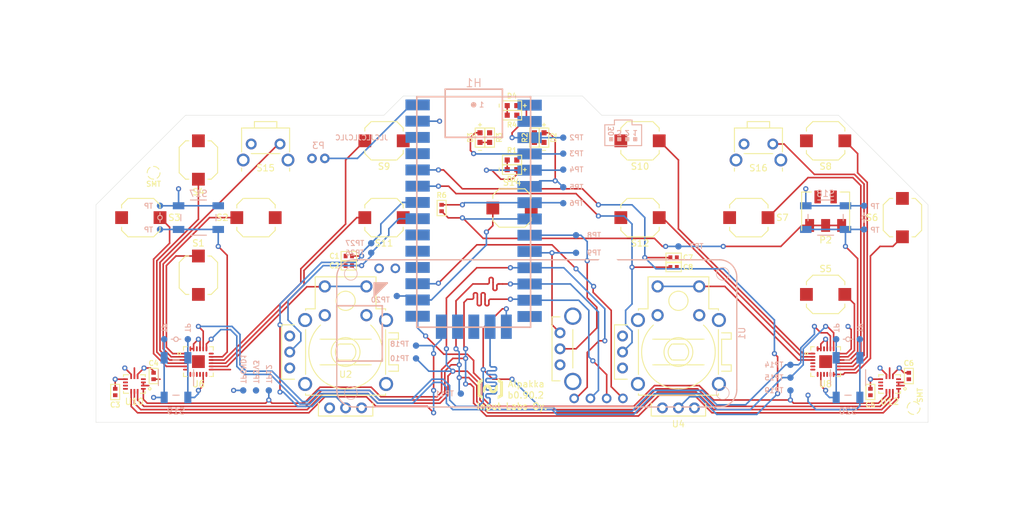
<source format=kicad_pcb>
(kicad_pcb (version 20240108) (generator "pcbnew") (generator_version "8.0")
  (title_block (title "Alpakka") (company "Input Labs Oy."))
  (layers (0 "F.Cu" signal) (31 "B.Cu" signal) (34 "B.Paste" user) (35 "F.Paste" user) (36 "B.SilkS" user "B.Silkscreen") (37 "F.SilkS" user "F.Silkscreen") (38 "B.Mask" user) (39 "F.Mask" user) (44 "Edge.Cuts" user))
  (net 0 "")
  (net 1 "GP20")
  (net 2 "GND")
  (net 3 "ADC0")
  (net 4 "ADC1")
  (net 5 "SPI_RX")
  (net 6 "SPI_CK")
  (net 7 "SPI_TX")
  (net 8 "Net-(D1-K)")
  (net 9 "GP2")
  (net 10 "GP3")
  (net 11 "GP4")
  (net 12 "GP5")
  (net 13 "GP8")
  (net 14 "GP9")
  (net 15 "GP7")
  (net 16 "GP6")
  (net 17 "A0")
  (net 18 "A1")
  (net 19 "A4")
  (net 20 "A3")
  (net 21 "B15")
  (net 22 "B10")
  (net 23 "B13")
  (net 24 "B11")
  (net 25 "A14")
  (net 26 "B0")
  (net 27 "A13")
  (net 28 "B1")
  (net 29 "A2")
  (net 30 "B12")
  (net 31 "A15")
  (net 32 "B14")
  (net 33 "A9")
  (net 34 "B7")
  (net 35 "I2C_SDA")
  (net 36 "I2C_SCL")
  (net 37 "A12")
  (net 40 "B2")
  (net 47 "Net-(D2-K)")
  (net 48 "Net-(D3-K)")
  (net 49 "Net-(D4-K)")
  (net 50 "CS1")
  (net 51 "CS0")
  (net 63 "VCC")
  (net 65 "/A10")
  (net 66 "5V")
  (net 67 "ADC2")
  (net 68 "ADC3")
  (net 75 "CS2")
  (footprint "ILO_fp:Alpsalpine_SKPM" (layer "F.Cu") (at 149 42)
    (property "Reference" "S8" (at 0 4 0) (layer "F.SilkS") (effects (font (thickness 0.16))))
    (property "Value" "y")
    (pad "1" smd rect (at -3 0) (size 2 2) (layers "F.Cu" "F.Paste" "F.Mask") (net 2 "GND"))
    (pad "2" smd rect (at 3 0) (size 2 2) (layers "F.Cu" "F.Paste" "F.Mask") (net 24 "B11"))
  )
  (footprint "ILO_fp:NPTH_4mm" (layer "F.Cu") (at 159 62)
    (property "Reference" "REF**" (hide yes))
    (property "Value" "NPTH_4mm" (hide yes))
    (pad "" np_thru_hole circle (at 0 0) (size 4 4) (drill 4) (layers "*.Cu" "*.Mask"))
  )
  (footprint "ILO_fp:Alpsalpine_SKPM" (layer "F.Cu") (at 60 54 180)
    (property "Reference" "S2" (at 5.25 0 180) (layer "F.SilkS") (effects (font (thickness 0.16))))
    (property "Value" "right")
    (pad "1" smd rect (at -3 0 180) (size 2 2) (layers "F.Cu" "F.Paste" "F.Mask") (net 2 "GND"))
    (pad "2" smd rect (at 3 0 180) (size 2 2) (layers "F.Cu" "F.Paste" "F.Mask") (net 18 "A1"))
  )
  (footprint "ILO_fp:0402" (layer "F.Cu") (at 89 52.5 -90)
    (property "Reference" "R6" (at -2 0 0) (layer "F.SilkS") (effects (font (size 0.8 0.8) (thickness 0.153))))
    (property "Value" "R6" (hide yes))
    (pad "1" smd rect (at -0.5 0 270) (size 0.6 0.7) (layers "F.Cu" "F.Paste" "F.Mask") (net 16 "GP6"))
    (pad "2" smd rect (at 0.5 0 270) (size 0.6 0.7) (layers "F.Cu" "F.Paste" "F.Mask") (net 15 "GP7"))
  )
  (footprint "ILO_fp:Alpsalpine_SKPM" (layer "F.Cu") (at 42 54)
    (property "Reference" "S3" (at 5.25 0 0) (layer "F.SilkS") (effects (font (thickness 0.16))))
    (property "Value" "left")
    (pad "1" smd rect (at -3 0) (size 2 2) (layers "F.Cu" "F.Paste" "F.Mask") (net 2 "GND"))
    (pad "2" smd rect (at 3 0) (size 2 2) (layers "F.Cu" "F.Paste" "F.Mask") (net 19 "A4"))
  )
  (footprint "ILO_fp:Alpsalpine_SKPM" (layer "F.Cu") (at 80 42 180)
    (property "Reference" "S9" (at 0 -4 180) (layer "F.SilkS") (effects (font (thickness 0.16))))
    (property "Value" "select_1")
    (pad "1" smd rect (at -3 0 180) (size 2 2) (layers "F.Cu" "F.Paste" "F.Mask") (net 2 "GND"))
    (pad "2" smd rect (at 3 0 180) (size 2 2) (layers "F.Cu" "F.Paste" "F.Mask") (net 25 "A14"))
  )
  (footprint "ILO_fp:Alpsalpine_SKPM" (layer "F.Cu") (at 80 54 180)
    (property "Reference" "S11" (at 0 -4 180) (layer "F.SilkS") (effects (font (thickness 0.16))))
    (property "Value" "select_2")
    (pad "1" smd rect (at -3 0 180) (size 2 2) (layers "F.Cu" "F.Paste" "F.Mask") (net 2 "GND"))
    (pad "2" smd rect (at 3 0 180) (size 2 2) (layers "F.Cu" "F.Paste" "F.Mask") (net 27 "A13"))
  )
  (footprint "ILO_fp:Alpsalpine_SKPM" (layer "F.Cu") (at 120 42)
    (property "Reference" "S10" (at 0 4 0) (layer "F.SilkS") (effects (font (thickness 0.16))))
    (property "Value" "start_1")
    (pad "1" smd rect (at -3 0) (size 2 2) (layers "F.Cu" "F.Paste" "F.Mask") (net 2 "GND"))
    (pad "2" smd rect (at 3 0) (size 2 2) (layers "F.Cu" "F.Paste" "F.Mask") (net 26 "B0"))
  )
  (footprint "ILO_fp:NPTH_4mm" (layer "F.Cu") (at 41 62)
    (property "Reference" "REF**" (hide yes))
    (property "Value" "NPTH_4mm" (hide yes))
    (pad "" np_thru_hole circle (at 0 0) (size 4 4) (drill 4) (layers "*.Cu" "*.Mask"))
  )
  (footprint "ILO_fp:NPTH_4mm" (layer "F.Cu") (at 62 62)
    (property "Reference" "REF**" (hide yes))
    (property "Value" "NPTH_4mm" (hide yes))
    (pad "" np_thru_hole circle (at 0 0) (size 4 4) (drill 4) (layers "*.Cu" "*.Mask"))
  )
  (footprint "ILO_fp:NPTH_4mm" (layer "F.Cu") (at 115 62)
    (property "Reference" "REF**" (hide yes))
    (property "Value" "NPTH_4mm" (hide yes))
    (pad "" np_thru_hole circle (at 0 0) (size 4 4) (drill 4) (layers "*.Cu" "*.Mask"))
  )
  (footprint "ILO_fp:NPTH_4mm" (layer "F.Cu") (at 138 62)
    (property "Reference" "REF**" (hide yes))
    (property "Value" "NPTH_4mm" (hide yes))
    (pad "" np_thru_hole circle (at 0 0) (size 4 4) (drill 4) (layers "*.Cu" "*.Mask"))
  )
  (footprint "ILO_fp:Alpsalpine_SKPM" (layer "F.Cu") (at 149 66)
    (property "Reference" "S5" (at 0 -4 0) (layer "F.SilkS") (effects (font (thickness 0.16))))
    (property "Value" "a")
    (pad "1" smd rect (at -3 0) (size 2 2) (layers "F.Cu" "F.Paste" "F.Mask") (net 2 "GND"))
    (pad "2" smd rect (at 3 0) (size 2 2) (layers "F.Cu" "F.Paste" "F.Mask") (net 21 "B15"))
  )
  (footprint "ILO_fp:Alpsalpine_SKPM" (layer "F.Cu") (at 161 54 -90)
    (property "Reference" "S6" (at 0 4.75 180) (layer "F.SilkS") (effects (font (thickness 0.16))))
    (property "Value" "b")
    (pad "1" smd rect (at -3 0 270) (size 2 2) (layers "F.Cu" "F.Paste" "F.Mask") (net 2 "GND"))
    (pad "2" smd rect (at 3 0 270) (size 2 2) (layers "F.Cu" "F.Paste" "F.Mask") (net 22 "B10"))
  )
  (footprint "ILO_fp:Alpsalpine_SKPM" (layer "F.Cu") (at 137 54)
    (property "Reference" "S7" (at 5.25 0 0) (layer "F.SilkS") (effects (font (thickness 0.16))))
    (property "Value" "x")
    (pad "1" smd rect (at -3 0) (size 2 2) (layers "F.Cu" "F.Paste" "F.Mask") (net 2 "GND"))
    (pad "2" smd rect (at 3 0) (size 2 2) (layers "F.Cu" "F.Paste" "F.Mask") (net 23 "B13"))
  )
  (footprint "ILO_fp:Alpsalpine_SKPM" (layer "F.Cu") (at 51 63 90)
    (property "Reference" "S1" (at 5 0 180) (layer "F.SilkS") (effects (font (thickness 0.16))))
    (property "Value" "down")
    (pad "1" smd rect (at -3 0 90) (size 2 2) (layers "F.Cu" "F.Paste" "F.Mask") (net 2 "GND"))
    (pad "2" smd rect (at 3 0 90) (size 2 2) (layers "F.Cu" "F.Paste" "F.Mask") (net 17 "A0"))
  )
  (footprint "ILO_fp:Alpsalpine_SKPM" (layer "F.Cu") (at 51 45 -90)
    (property "Reference" "S4" (at 5 0 0) (layer "F.SilkS") (effects (font (thickness 0.16))))
    (property "Value" "up")
    (pad "1" smd rect (at -3 0 270) (size 2 2) (layers "F.Cu" "F.Paste" "F.Mask") (net 2 "GND"))
    (pad "2" smd rect (at 3 0 270) (size 2 2) (layers "F.Cu" "F.Paste" "F.Mask") (net 20 "A3"))
  )
  (footprint "ILO_fp:NPTH_2mm" (layer "F.Cu") (at 62 49)
    (property "Reference" "REF**" (hide yes))
    (property "Value" "NPTH_2mm" (hide yes))
    (pad "" np_thru_hole circle (at 0 0) (size 2 2) (drill 2) (layers "*.Cu" "*.Mask"))
  )
  (footprint "ILO_fp:NPTH_2mm" (layer "F.Cu") (at 62 75)
    (property "Reference" "REF**" (hide yes))
    (property "Value" "NPTH_2mm" (hide yes))
    (pad "" np_thru_hole circle (at 0 0) (size 2 2) (drill 2) (layers "*.Cu" "*.Mask"))
  )
  (footprint "ILO_fp:NPTH_2mm" (layer "F.Cu") (at 115 49)
    (property "Reference" "REF**" (hide yes))
    (property "Value" "NPTH_2mm" (hide yes))
    (pad "" np_thru_hole circle (at 0 0) (size 2 2) (drill 2) (layers "*.Cu" "*.Mask"))
  )
  (footprint "ILO_fp:NPTH_2mm" (layer "F.Cu") (at 138 49)
    (property "Reference" "REF**" (hide yes))
    (property "Value" "NPTH_2mm" (hide yes))
    (pad "" np_thru_hole circle (at 0 0) (size 2 2) (drill 2) (layers "*.Cu" "*.Mask"))
  )
  (footprint "ILO_fp:NPTH_2mm" (layer "F.Cu") (at 159 75)
    (property "Reference" "REF**" (hide yes))
    (property "Value" "NPTH_2mm" (hide yes))
    (pad "" np_thru_hole circle (at 0 0) (size 2 2) (drill 2) (layers "*.Cu" "*.Mask"))
  )
  (footprint "ILO_fp:NPTH_2mm" (layer "F.Cu") (at 138 75)
    (property "Reference" "REF**" (hide yes))
    (property "Value" "NPTH_2mm" (hide yes))
    (pad "" np_thru_hole circle (at 0 0) (size 2 2) (drill 2) (layers "*.Cu" "*.Mask"))
  )
  (footprint "ILO_fp:Alpsalpine_SKPM" (layer "F.Cu") (at 100 52.5 180)
    (property "Reference" "S14" (at 0 4 180) (layer "F.SilkS") (effects (font (thickness 0.16))))
    (property "Value" "home")
    (pad "1" smd rect (at -3 0 180) (size 2 2) (layers "F.Cu" "F.Paste" "F.Mask") (net 2 "GND"))
    (pad "2" smd rect (at 3 0 180) (size 2 2) (layers "F.Cu" "F.Paste" "F.Mask") (net 1 "GP20"))
  )
  (footprint "ILO_fp:0402" (layer "F.Cu") (at 74.5 60)
    (property "Reference" "C1" (at -2.25 0 0) (layer "F.SilkS") (effects (font (size 0.8 0.8) (thickness 0.153))))
    (property "Value" "C" (hide yes))
    (pad "1" smd rect (at -0.5 0) (size 0.6 0.7) (layers "F.Cu" "F.Paste" "F.Mask") (net 2 "GND"))
    (pad "2" smd rect (at 0.5 0) (size 0.6 0.7) (layers "F.Cu" "F.Paste" "F.Mask") (net 4 "ADC1"))
  )
  (footprint "ILO_fp:HRO_BC-25-3P" (layer "F.Cu") (at 149 53 -90)
    (property "Reference" "P2" (at 4.5 0 0) (layer "F.SilkS") (effects (font (thickness 0.16))))
    (property "Value" "Endpoint" (hide yes))
    (pad "" smd rect (at -2.225 -1.25 270) (size 2 1) (layers "F.Cu" "F.Paste" "F.Mask"))
    (pad "" smd rect (at -2.225 1.25 270) (size 2 1) (layers "F.Cu" "F.Paste" "F.Mask"))
    (pad "1" smd rect (at 2.225 -2.5 270) (size 2 1.4) (layers "F.Cu" "F.Paste" "F.Mask") (net 15 "GP7"))
    (pad "1" smd rect (at 2.225 0 270) (size 2 1.4) (layers "F.Cu" "F.Paste" "F.Mask") (net 15 "GP7"))
    (pad "1" smd rect (at 2.225 2.5 270) (size 2 1.4) (layers "F.Cu" "F.Paste" "F.Mask") (net 15 "GP7"))
  )
  (footprint "ILO_fp:0603_d" (layer "F.Cu") (at 95 41.5 90)
    (property "Reference" "D3" (at 0 -1.5 90) (layer "F.SilkS") (effects (font (size 0.8 0.8) (thickness 0.153))))
    (property "Value" "Diode" (hide yes))
    (pad "1" smd rect (at -0.75 0 90) (size 0.8 0.8) (layers "F.Cu" "F.Paste" "F.Mask") (net 48 "Net-(D3-K)"))
    (pad "2" smd rect (at 0.75 0 90) (size 0.8 0.8) (layers "F.Cu" "F.Paste" "F.Mask") (net 10 "GP3"))
  )
  (footprint "ILO_fp:0603_d" (layer "F.Cu") (at 100 36.5)
    (property "Reference" "D4" (at 0 -1.5 0) (layer "F.SilkS") (effects (font (size 0.8 0.8) (thickness 0.153))))
    (property "Value" "Diode" (hide yes))
    (pad "1" smd rect (at -0.75 0) (size 0.8 0.8) (layers "F.Cu" "F.Paste" "F.Mask") (net 49 "Net-(D4-K)"))
    (pad "2" smd rect (at 0.75 0) (size 0.8 0.8) (layers "F.Cu" "F.Paste" "F.Mask") (net 9 "GP2"))
  )
  (footprint "ILO_fp:0603_d" (layer "F.Cu") (at 105 41.5 90)
    (property "Reference" "D2" (at 0 1.5 90) (layer "F.SilkS") (effects (font (size 0.8 0.8) (thickness 0.153))))
    (property "Value" "Diode" (hide yes))
    (pad "1" smd rect (at -0.75 0 90) (size 0.8 0.8) (layers "F.Cu" "F.Paste" "F.Mask") (net 47 "Net-(D2-K)"))
    (pad "2" smd rect (at 0.75 0 90) (size 0.8 0.8) (layers "F.Cu" "F.Paste" "F.Mask") (net 12 "GP5"))
  )
  (footprint "ILO_fp:Alpsalpine_RKJXV122400R" (layer "F.Cu") (at 74 75 180)
    (property "Reference" "U2" (at 0 -3.5 180) (layer "F.SilkS"))
    (property "Value" "Alpsalpine_RKJXV" (hide yes))
    (pad "" thru_hole circle (at -6.325 -5 180) (size 2.2 2.2) (drill 1.5) (layers "*.Cu" "*.Mask"))
    (pad "" thru_hole circle (at -6.325 5 180) (size 2.2 2.2) (drill 1.5) (layers "*.Cu" "*.Mask"))
    (pad "" np_thru_hole circle (at -4.3 0 180) (size 1.6 1.6) (drill 1.6) (layers "*.Cu" "*.Mask"))
    (pad "" np_thru_hole circle (at 4.3 0 180) (size 1.6 1.6) (drill 1.6) (layers "*.Cu" "*.Mask"))
    (pad "" thru_hole circle (at 6.325 -5 180) (size 2.2 2.2) (drill 1.5) (layers "*.Cu" "*.Mask"))
    (pad "" thru_hole circle (at 6.325 5 180) (size 2.2 2.2) (drill 1.5) (layers "*.Cu" "*.Mask"))
    (pad "1" thru_hole circle (at 8.73 2.5 180) (size 1.7 1.7) (drill 1) (layers "*.Cu" "*.Mask") (net 2 "GND"))
    (pad "2" thru_hole circle (at 8.73 0 180) (size 1.7 1.7) (drill 1) (layers "*.Cu" "*.Mask") (net 3 "ADC0"))
    (pad "3" thru_hole circle (at 8.73 -2.5 180) (size 1.7 1.7) (drill 1) (layers "*.Cu" "*.Mask") (net 63 "VCC"))
    (pad "4" thru_hole circle (at 2.5 -8.73 180) (size 1.7 1.7) (drill 1) (layers "*.Cu" "*.Mask") (net 2 "GND"))
    (pad "5" thru_hole circle (at 0 -8.73 180) (size 1.7 1.7) (drill 1) (layers "*.Cu" "*.Mask") (net 4 "ADC1"))
    (pad "6" thru_hole circle (at -2.5 -8.73 180) (size 1.7 1.7) (drill 1) (layers "*.Cu" "*.Mask") (net 63 "VCC"))
    (pad "7" thru_hole circle (at -3.25 5.75 180) (size 1.9 1.9) (drill 1.2) (layers "*.Cu" "*.Mask") (net 2 "GND"))
    (pad "8" thru_hole circle (at -3.25 10.25 180) (size 1.9 1.9) (drill 1.2) (layers "*.Cu" "*.Mask") (net 37 "A12"))
    (pad "9" thru_hole circle (at 3.25 5.75 180) (size 1.9 1.9) (drill 1.2) (layers "*.Cu" "*.Mask") (net 2 "GND"))
    (pad "10" thru_hole circle (at 3.25 10.25 180) (size 1.9 1.9) (drill 1.2) (layers "*.Cu" "*.Mask") (net 37 "A12"))
  )
  (footprint "ILO_fp:NPTH_2mm" (layer "F.Cu") (at 41 75)
    (property "Reference" "REF**" (hide yes))
    (property "Value" "NPTH_2mm" (hide yes))
    (pad "" np_thru_hole circle (at 0 0) (size 2 2) (drill 2) (layers "*.Cu" "*.Mask"))
  )
  (footprint "ILO_fp:Alpsalpine_SKPM" (layer "F.Cu") (at 120 54)
    (property "Reference" "S12" (at 0 4 0) (layer "F.SilkS") (effects (font (thickness 0.16))))
    (property "Value" "start_2")
    (pad "1" smd rect (at -3 0) (size 2 2) (layers "F.Cu" "F.Paste" "F.Mask") (net 2 "GND"))
    (pad "2" smd rect (at 3 0) (size 2 2) (layers "F.Cu" "F.Paste" "F.Mask") (net 28 "B1"))
  )
  (footprint "ILO_fp:Alpsalpine_SKHHL" (layer "F.Cu") (at 61.5 42.5 180)
    (property "Reference" "S15" (at 0 -3.75 180) (layer "F.SilkS"))
    (property "Value" "l1")
    (pad "" thru_hole circle (at -3.5 -2.5 180) (size 2 2) (drill 1.3) (layers "*.Cu" "*.Mask"))
    (pad "" thru_hole circle (at 3.5 -2.5 180) (size 2 2) (drill 1.3) (layers "*.Cu" "*.Mask"))
    (pad "1" thru_hole circle (at 2.25 0 180) (size 1.7 1.7) (drill 1) (layers "*.Cu" "*.Mask") (net 2 "GND"))
    (pad "2" thru_hole circle (at -2.25 0 180) (size 1.7 1.7) (drill 1) (layers "*.Cu" "*.Mask") (net 29 "A2"))
  )
  (footprint "ILO_fp:0402" (layer "F.Cu") (at 74.5 61.5)
    (property "Reference" "C2" (at -2.25 0 0) (layer "F.SilkS") (effects (font (size 0.8 0.8) (thickness 0.153))))
    (property "Value" "C" (hide yes))
    (pad "1" smd rect (at -0.5 0) (size 0.6 0.7) (layers "F.Cu" "F.Paste" "F.Mask") (net 2 "GND"))
    (pad "2" smd rect (at 0.5 0) (size 0.6 0.7) (layers "F.Cu" "F.Paste" "F.Mask") (net 3 "ADC0"))
  )
  (footprint "ILO_fp:LGA14" (layer "F.Cu") (at 159 80 180)
    (property "Reference" "U12" (at 0 -2.75 180) (layer "F.SilkS") (effects (font (thickness 0.16))))
    (property "Value" "ST_LSM6" (hide yes))
    (pad "1" smd rect (at -1.398 -0.75 180) (size 0.745 0.28) (layers "F.Cu" "F.Paste" "F.Mask") (net 5 "SPI_RX"))
    (pad "2" smd rect (at -1.398 -0.25 180) (size 0.745 0.28) (layers "F.Cu" "F.Paste" "F.Mask") (net 2 "GND"))
    (pad "3" smd rect (at -1.398 0.25 180) (size 0.745 0.28) (layers "F.Cu" "F.Paste" "F.Mask") (net 2 "GND"))
    (pad "4" smd rect (at -1.398 0.75 180) (size 0.745 0.28) (layers "F.Cu" "F.Paste" "F.Mask"))
    (pad "5" smd rect (at -0.5 1.148 270) (size 0.745 0.28) (layers "F.Cu" "F.Paste" "F.Mask") (net 63 "VCC"))
    (pad "6" smd rect (at 0 1.148 270) (size 0.745 0.28) (layers "F.Cu" "F.Paste" "F.Mask") (net 2 "GND"))
    (pad "7" smd rect (at 0.5 1.148 270) (size 0.745 0.28) (layers "F.Cu" "F.Paste" "F.Mask") (net 2 "GND"))
    (pad "8" smd rect (at 1.398 0.75 180) (size 0.745 0.28) (layers "F.Cu" "F.Paste" "F.Mask") (net 63 "VCC"))
    (pad "9" smd rect (at 1.398 0.25 180) (size 0.745 0.28) (layers "F.Cu" "F.Paste" "F.Mask"))
    (pad "10" smd rect (at 1.398 -0.25 180) (size 0.745 0.28) (layers "F.Cu" "F.Paste" "F.Mask"))
    (pad "11" smd rect (at 1.398 -0.75 180) (size 0.745 0.28) (layers "F.Cu" "F.Paste" "F.Mask"))
    (pad "12" smd rect (at 0.5 -1.148 270) (size 0.745 0.28) (layers "F.Cu" "F.Paste" "F.Mask") (net 50 "CS1"))
    (pad "13" smd rect (at 0 -1.148 270) (size 0.745 0.28) (layers "F.Cu" "F.Paste" "F.Mask") (net 6 "SPI_CK"))
    (pad "14" smd rect (at -0.5 -1.148 270) (size 0.745 0.28) (layers "F.Cu" "F.Paste" "F.Mask") (net 7 "SPI_TX"))
  )
  (footprint "ILO_fp:0402" (layer "F.Cu") (at 162 78.75 90)
    (property "Reference" "C6" (at 2 0 180) (layer "F.SilkS") (effects (font (size 0.8 0.8) (thickness 0.153))))
    (property "Value" "C" (hide yes))
    (pad "1" smd rect (at -0.5 0 90) (size 0.6 0.7) (layers "F.Cu" "F.Paste" "F.Mask") (net 2 "GND"))
    (pad "2" smd rect (at 0.5 0 90) (size 0.6 0.7) (layers "F.Cu" "F.Paste" "F.Mask") (net 63 "VCC"))
  )
  (footprint "ILO_fp:0402" (layer "F.Cu") (at 156 81.25 90)
    (property "Reference" "C5" (at -2 0 180) (layer "F.SilkS") (effects (font (size 0.8 0.8) (thickness 0.153))))
    (property "Value" "C" (hide yes))
    (pad "1" smd rect (at -0.5 0 90) (size 0.6 0.7) (layers "F.Cu" "F.Paste" "F.Mask") (net 2 "GND"))
    (pad "2" smd rect (at 0.5 0 90) (size 0.6 0.7) (layers "F.Cu" "F.Paste" "F.Mask") (net 63 "VCC"))
  )
  (footprint "ILO_fp:Alpsalpine_SKHHL" (layer "F.Cu") (at 138.5 42.5 180)
    (property "Reference" "S16" (at 0 -3.75 180) (layer "F.SilkS"))
    (property "Value" "r1")
    (pad "" thru_hole circle (at -3.5 -2.5 180) (size 2 2) (drill 1.3) (layers "*.Cu" "*.Mask"))
    (pad "" thru_hole circle (at 3.5 -2.5 180) (size 2 2) (drill 1.3) (layers "*.Cu" "*.Mask"))
    (pad "1" thru_hole circle (at 2.25 0 180) (size 1.7 1.7) (drill 1) (layers "*.Cu" "*.Mask") (net 2 "GND"))
    (pad "2" thru_hole circle (at -2.25 0 180) (size 1.7 1.7) (drill 1) (layers "*.Cu" "*.Mask") (net 30 "B12"))
  )
  (footprint "ILO_fp:0603" (layer "F.Cu") (at 100 45 180)
    (property "Reference" "R1" (at 0 1.5 180) (layer "F.SilkS") (effects (font (size 0.8 0.8) (thickness 0.153))))
    (property "Value" "R" (hide yes))
    (pad "1" smd rect (at -0.75 0 180) (size 0.8 0.8) (layers "F.Cu" "F.Paste" "F.Mask") (net 2 "GND"))
    (pad "2" smd rect (at 0.75 0 180) (size 0.8 0.8) (layers "F.Cu" "F.Paste" "F.Mask") (net 8 "Net-(D1-K)"))
  )
  (footprint "ILO_fp:0603" (layer "F.Cu") (at 103.5 41.5 -90)
    (property "Reference" "R2" (at 0 1.5 90) (layer "F.SilkS") (effects (font (size 0.8 0.8) (thickness 0.153))))
    (property "Value" "R" (hide yes))
    (pad "1" smd rect (at -0.75 0 270) (size 0.8 0.8) (layers "F.Cu" "F.Paste" "F.Mask") (net 2 "GND"))
    (pad "2" smd rect (at 0.75 0 270) (size 0.8 0.8) (layers "F.Cu" "F.Paste" "F.Mask") (net 47 "Net-(D2-K)"))
  )
  (footprint "ILO_fp:0603" (layer "F.Cu") (at 96.5 41.5 -90)
    (property "Reference" "R3" (at 0 -1.5 90) (layer "F.SilkS") (effects (font (size 0.8 0.8) (thickness 0.153))))
    (property "Value" "R" (hide yes))
    (pad "1" smd rect (at -0.75 0 270) (size 0.8 0.8) (layers "F.Cu" "F.Paste" "F.Mask") (net 2 "GND"))
    (pad "2" smd rect (at 0.75 0 270) (size 0.8 0.8) (layers "F.Cu" "F.Paste" "F.Mask") (net 48 "Net-(D3-K)"))
  )
  (footprint "ILO_fp:0603" (layer "F.Cu") (at 100 38 180)
    (property "Reference" "R4" (at 0 -1.5 180) (layer "F.SilkS") (effects (font (size 0.8 0.8) (thickness 0.153))))
    (property "Value" "R" (hide yes))
    (pad "1" smd rect (at -0.75 0 180) (size 0.8 0.8) (layers "F.Cu" "F.Paste" "F.Mask") (net 2 "GND"))
    (pad "2" smd rect (at 0.75 0 180) (size 0.8 0.8) (layers "F.Cu" "F.Paste" "F.Mask") (net 49 "Net-(D4-K)"))
  )
  (footprint "ILO_fp:0603_d" (layer "F.Cu") (at 100 46.5)
    (property "Reference" "D1" (at 0 1.5 0) (layer "F.SilkS") (effects (font (size 0.8 0.8) (thickness 0.153))))
    (property "Value" "Diode" (hide yes))
    (pad "1" smd rect (at -0.75 0) (size 0.8 0.8) (layers "F.Cu" "F.Paste" "F.Mask") (net 8 "Net-(D1-K)"))
    (pad "2" smd rect (at 0.75 0) (size 0.8 0.8) (layers "F.Cu" "F.Paste" "F.Mask") (net 11 "GP4"))
  )
  (footprint "ILO_fp:0402" (layer "F.Cu") (at 38 81.25 90)
    (property "Reference" "C3" (at -2 0 180) (layer "F.SilkS") (effects (font (size 0.8 0.8) (thickness 0.153))))
    (property "Value" "C" (hide yes))
    (pad "1" smd rect (at -0.5 0 90) (size 0.6 0.7) (layers "F.Cu" "F.Paste" "F.Mask") (net 2 "GND"))
    (pad "2" smd rect (at 0.5 0 90) (size 0.6 0.7) (layers "F.Cu" "F.Paste" "F.Mask") (net 63 "VCC"))
  )
  (footprint "ILO_fp:0402" (layer "F.Cu") (at 44 78.75 90)
    (property "Reference" "C4" (at 2 0 180) (layer "F.SilkS") (effects (font (size 0.8 0.8) (thickness 0.153))))
    (property "Value" "C" (hide yes))
    (pad "1" smd rect (at -0.5 0 90) (size 0.6 0.7) (layers "F.Cu" "F.Paste" "F.Mask") (net 2 "GND"))
    (pad "2" smd rect (at 0.5 0 90) (size 0.6 0.7) (layers "F.Cu" "F.Paste" "F.Mask") (net 63 "VCC"))
  )
  (footprint "ILO_fp:QFN24" (layer "F.Cu") (at 149 76.5)
    (property "Reference" "U8" (at 0 3.5 180) (layer "F.SilkS") (effects (font (thickness 0.16))))
    (property "Value" "NXP_PCAL6416A" (hide yes))
    (pad "" smd rect (at 0 0 270) (size 2 2) (layers "F.Cu" "F.Paste" "F.Mask") (clearance 0.127))
    (pad "1" smd oval (at -2 -1.25 270) (size 0.28 0.8) (layers "F.Cu" "F.Paste" "F.Mask") (net 26 "B0") (clearance 0.127))
    (pad "2" smd oval (at -2 -0.75 270) (size 0.28 0.8) (layers "F.Cu" "F.Paste" "F.Mask") (net 28 "B1") (clearance 0.127))
    (pad "3" smd oval (at -2 -0.25 270) (size 0.28 0.8) (layers "F.Cu" "F.Paste" "F.Mask") (net 40 "B2") (clearance 0.127))
    (pad "4" smd oval (at -2 0.25 270) (size 0.28 0.8) (layers "F.Cu" "F.Paste" "F.Mask") (clearance 0.127))
    (pad "5" smd oval (at -2 0.75 270) (size 0.28 0.8) (layers "F.Cu" "F.Paste" "F.Mask") (clearance 0.127))
    (pad "6" smd oval (at -2 1.25 270) (size 0.28 0.8) (layers "F.Cu" "F.Paste" "F.Mask") (clearance 0.127))
    (pad "7" smd oval (at -1.25 2) (size 0.28 0.8) (layers "F.Cu" "F.Paste" "F.Mask") (clearance 0.127))
    (pad "8" smd oval (at -0.75 2) (size 0.28 0.8) (layers "F.Cu" "F.Paste" "F.Mask") (net 34 "B7") (clearance 0.127))
    (pad "9" smd oval (at -0.25 2) (size 0.28 0.8) (layers "F.Cu" "F.Paste" "F.Mask") (net 2 "GND") (clearance 0.127))
    (pad "10" smd oval (at 0.25 2) (size 0.28 0.8) (layers "F.Cu" "F.Paste" "F.Mask") (clearance 0.127))
    (pad "11" smd oval (at 0.75 2) (size 0.28 0.8) (layers "F.Cu" "F.Paste" "F.Mask") (clearance 0.127))
    (pad "12" smd oval (at 1.25 2) (size 0.28 0.8) (layers "F.Cu" "F.Paste" "F.Mask") (net 22 "B10") (clearance 0.127))
    (pad "13" smd oval (at 2 1.25 270) (size 0.28 0.8) (layers "F.Cu" "F.Paste" "F.Mask") (net 24 "B11") (clearance 0.127))
    (pad "14" smd oval (at 2 0.75 270) (size 0.28 0.8) (layers "F.Cu" "F.Paste" "F.Mask") (net 30 "B12") (clearance 0.127))
    (pad "15" smd oval (at 2 0.25 270) (size 0.28 0.8) (layers "F.Cu" "F.Paste" "F.Mask") (net 23 "B13") (clearance 0.127))
    (pad "16" smd oval (at 2 -0.25 270) (size 0.28 0.8) (layers "F.Cu" "F.Paste" "F.Mask") (net 32 "B14") (clearance 0.127))
    (pad "17" smd oval (at 2 -0.75 270) (size 0.28 0.8) (layers "F.Cu" "F.Paste" "F.Mask") (net 21 "B15") (clearance 0.127))
    (pad "18" smd oval (at 2 -1.25 270) (size 0.28 0.8) (layers "F.Cu" "F.Paste" "F.Mask") (net 63 "VCC") (clearance 0.127))
    (pad "19" smd oval (at 1.25 -2) (size 0.28 0.8) (layers "F.Cu" "F.Paste" "F.Mask") (net 36 "I2C_SCL") (clearance 0.127))
    (pad "20" smd oval (at 0.75 -2) (size 0.28 0.8) (layers "F.Cu" "F.Paste" "F.Mask") (net 35 "I2C_SDA") (clearance 0.127))
    (pad "21" smd oval (at 0.25 -2) (size 0.28 0.8) (layers "F.Cu" "F.Paste" "F.Mask") (net 63 "VCC") (clearance 0.127))
    (pad "22" smd oval (at -0.25 -2) (size 0.28 0.8) (layers "F.Cu" "F.Paste" "F.Mask") (clearance 0.127))
    (pad "23" smd oval (at -0.75 -2) (size 0.28 0.8) (layers "F.Cu" "F.Paste" "F.Mask") (net 63 "VCC") (clearance 0.127))
    (pad "24" smd oval (at -1.25 -2) (size 0.28 0.8) (layers "F.Cu" "F.Paste" "F.Mask") (net 63 "VCC") (clearance 0.127))
  )
  (footprint "ILO_fp:QFN24" (layer "F.Cu") (at 51 76.5)
    (property "Reference" "U6" (at 0 3.5 0) (layer "F.SilkS") (effects (font (thickness 0.16))))
    (property "Value" "NXP_PCAL6416A" (hide yes))
    (pad "" smd rect (at 0 0 270) (size 2 2) (layers "F.Cu" "F.Paste" "F.Mask") (clearance 0.127))
    (pad "1" smd oval (at -2 -1.25 270) (size 0.28 0.8) (layers "F.Cu" "F.Paste" "F.Mask") (net 17 "A0") (clearance 0.127))
    (pad "2" smd oval (at -2 -0.75 270) (size 0.28 0.8) (layers "F.Cu" "F.Paste" "F.Mask") (net 18 "A1") (clearance 0.127))
    (pad "3" smd oval (at -2 -0.25 270) (size 0.28 0.8) (layers "F.Cu" "F.Paste" "F.Mask") (net 29 "A2") (clearance 0.127))
    (pad "4" smd oval (at -2 0.25 270) (size 0.28 0.8) (layers "F.Cu" "F.Paste" "F.Mask") (net 20 "A3") (clearance 0.127))
    (pad "5" smd oval (at -2 0.75 270) (size 0.28 0.8) (layers "F.Cu" "F.Paste" "F.Mask") (net 19 "A4") (clearance 0.127))
    (pad "6" smd oval (at -2 1.25 270) (size 0.28 0.8) (layers "F.Cu" "F.Paste" "F.Mask") (clearance 0.127))
    (pad "7" smd oval (at -1.25 2) (size 0.28 0.8) (layers "F.Cu" "F.Paste" "F.Mask") (clearance 0.127))
    (pad "8" smd oval (at -0.75 2) (size 0.28 0.8) (layers "F.Cu" "F.Paste" "F.Mask") (clearance 0.127))
    (pad "9" smd oval (at -0.25 2) (size 0.28 0.8) (layers "F.Cu" "F.Paste" "F.Mask") (net 2 "GND") (clearance 0.127))
    (pad "10" smd oval (at 0.25 2) (size 0.28 0.8) (layers "F.Cu" "F.Paste" "F.Mask") (clearance 0.127))
    (pad "11" smd oval (at 0.75 2) (size 0.28 0.8) (layers "F.Cu" "F.Paste" "F.Mask") (net 33 "A9") (clearance 0.127))
    (pad "12" smd oval (at 1.25 2) (size 0.28 0.8) (layers "F.Cu" "F.Paste" "F.Mask") (net 65 "/A10") (clearance 0.127))
    (pad "13" smd oval (at 2 1.25 270) (size 0.28 0.8) (layers "F.Cu" "F.Paste" "F.Mask") (net 2 "GND") (clearance 0.127))
    (pad "14" smd oval (at 2 0.75 270) (size 0.28 0.8) (layers "F.Cu" "F.Paste" "F.Mask") (net 37 "A12") (clearance 0.127))
    (pad "15" smd oval (at 2 0.25 270) (size 0.28 0.8) (layers "F.Cu" "F.Paste" "F.Mask") (net 27 "A13") (clearance 0.127))
    (pad "16" smd oval (at 2 -0.25 270) (size 0.28 0.8) (layers "F.Cu" "F.Paste" "F.Mask") (net 25 "A14") (clearance 0.127))
    (pad "17" smd oval (at 2 -0.75 270) (size 0.28 0.8) (layers "F.Cu" "F.Paste" "F.Mask") (net 31 "A15") (clearance 0.127))
    (pad "18" smd oval (at 2 -1.25 270) (size 0.28 0.8) (layers "F.Cu" "F.Paste" "F.Mask") (net 2 "GND") (clearance 0.127))
    (pad "19" smd oval (at 1.25 -2) (size 0.28 0.8) (layers "F.Cu" "F.Paste" "F.Mask") (net 36 "I2C_SCL") (clearance 0.127))
    (pad "20" smd oval (at 0.75 -2) (size 0.28 0.8) (layers "F.Cu" "F.Paste" "F.Mask") (net 35 "I2C_SDA") (clearance 0.127))
    (pad "21" smd oval (at 0.25 -2) (size 0.28 0.8) (layers "F.Cu" "F.Paste" "F.Mask") (net 63 "VCC") (clearance 0.127))
    (pad "22" smd oval (at -0.25 -2) (size 0.28 0.8) (layers "F.Cu" "F.Paste" "F.Mask") (clearance 0.127))
    (pad "23" smd oval (at -0.75 -2) (size 0.28 0.8) (layers "F.Cu" "F.Paste" "F.Mask") (net 63 "VCC") (clearance 0.127))
    (pad "24" smd oval (at -1.25 -2) (size 0.28 0.8) (layers "F.Cu" "F.Paste" "F.Mask") (net 63 "VCC") (clearance 0.127))
  )
  (footprint "ILO_fp:NPTH_2mm" (layer "F.Cu") (at 44 47)
    (property "Reference" "REF**" (hide yes))
    (property "Value" "NPTH_2mm" (hide yes))
    (pad "" np_thru_hole circle (at 0 0) (size 1.152 1.152) (drill 1.152) (layers "F&B.Cu" "*.Mask"))
  )
  (footprint "ILO_fp:0402" (layer "F.Cu") (at 125.25 61.75 180)
    (property "Reference" "C8" (at -2.25 0 0) (layer "F.SilkS") (effects (font (size 0.8 0.8) (thickness 0.153))))
    (property "Value" "C" (hide yes))
    (pad "1" smd rect (at -0.5 0 180) (size 0.6 0.7) (layers "F.Cu" "F.Paste" "F.Mask") (net 2 "GND"))
    (pad "2" smd rect (at 0.5 0 180) (size 0.6 0.7) (layers "F.Cu" "F.Paste" "F.Mask") (net 67 "ADC2"))
  )
  (footprint "ILO_fp:Alpsalpine_RKJXV122400R" (layer "F.Cu") (at 126 75 180)
    (property "Reference" "U4" (at 0 -11.25 0) (layer "F.SilkS"))
    (property "Value" "Alpsalpine_RKJXV" (hide yes))
    (pad "" thru_hole circle (at -6.325 -5 180) (size 2.2 2.2) (drill 1.5) (layers "*.Cu" "*.Mask"))
    (pad "" thru_hole circle (at -6.325 5 180) (size 2.2 2.2) (drill 1.5) (layers "*.Cu" "*.Mask"))
    (pad "" np_thru_hole circle (at -4.3 0 180) (size 1.6 1.6) (drill 1.6) (layers "*.Cu" "*.Mask"))
    (pad "" np_thru_hole circle (at 4.3 0 180) (size 1.6 1.6) (drill 1.6) (layers "*.Cu" "*.Mask"))
    (pad "" thru_hole circle (at 6.325 -5 180) (size 2.2 2.2) (drill 1.5) (layers "*.Cu" "*.Mask"))
    (pad "" thru_hole circle (at 6.325 5 180) (size 2.2 2.2) (drill 1.5) (layers "*.Cu" "*.Mask"))
    (pad "1" thru_hole circle (at 8.73 2.5 180) (size 1.7 1.7) (drill 1) (layers "*.Cu" "*.Mask") (net 2 "GND"))
    (pad "2" thru_hole circle (at 8.73 0 180) (size 1.7 1.7) (drill 1) (layers "*.Cu" "*.Mask") (net 67 "ADC2"))
    (pad "3" thru_hole circle (at 8.73 -2.5 180) (size 1.7 1.7) (drill 1) (layers "*.Cu" "*.Mask") (net 63 "VCC"))
    (pad "4" thru_hole circle (at 2.5 -8.73 180) (size 1.7 1.7) (drill 1) (layers "*.Cu" "*.Mask") (net 2 "GND"))
    (pad "5" thru_hole circle (at 0 -8.73 180) (size 1.7 1.7) (drill 1) (layers "*.Cu" "*.Mask") (net 68 "ADC3"))
    (pad "6" thru_hole circle (at -2.5 -8.73 180) (size 1.7 1.7) (drill 1) (layers "*.Cu" "*.Mask") (net 63 "VCC"))
    (pad "7" thru_hole circle (at -3.25 5.75 180) (size 1.9 1.9) (drill 1.2) (layers "*.Cu" "*.Mask") (net 2 "GND"))
    (pad "8" thru_hole circle (at -3.25 10.25 180) (size 1.9 1.9) (drill 1.2) (layers "*.Cu" "*.Mask") (net 40 "B2"))
    (pad "9" thru_hole circle (at 3.25 5.75 180) (size 1.9 1.9) (drill 1.2) (layers "*.Cu" "*.Mask") (net 2 "GND"))
    (pad "10" thru_hole circle (at 3.25 10.25 180) (size 1.9 1.9) (drill 1.2) (layers "*.Cu" "*.Mask") (net 40 "B2"))
  )
  (footprint "LOGO" (layer "F.Cu") (at 96.6 80.75)
    (property "Reference" "G***" (hide yes))
    (property "Value" "LOGO" (hide yes))
  )
  (footprint "ILO_fp:0402" (layer "F.Cu") (at 125.25 60.25 180)
    (property "Reference" "C7" (at -2.25 0 0) (layer "F.SilkS") (effects (font (size 0.8 0.8) (thickness 0.153))))
    (property "Value" "C" (hide yes))
    (pad "1" smd rect (at -0.5 0 180) (size 0.6 0.7) (layers "F.Cu" "F.Paste" "F.Mask") (net 2 "GND"))
    (pad "2" smd rect (at 0.5 0 180) (size 0.6 0.7) (layers "F.Cu" "F.Paste" "F.Mask") (net 68 "ADC3"))
  )
  (footprint "" (layer "F.Cu") (at 162.75 83.75)
    (property "Reference" "" (at 0 0 0) (layer "F.SilkS") (effects (font (size 1.27 1.27))))
    (property "Value" "" (at 0 0 0) (layer "F.SilkS") (effects (font (size 1.27 1.27))))
    (pad "" np_thru_hole circle (at 0 0) (size 1.152 1.152) (drill 1.152) (layers "F&B.Cu" "*.Mask"))
  )
  (footprint "ILO_fp:LGA14" (layer "F.Cu") (at 41 80 180)
    (property "Reference" "U10" (at 0 -2.75 180) (layer "F.SilkS") (effects (font (thickness 0.16))))
    (property "Value" "ST_LSM6" (hide yes))
    (pad "1" smd rect (at -1.398 -0.75 180) (size 0.745 0.28) (layers "F.Cu" "F.Paste" "F.Mask") (net 5 "SPI_RX"))
    (pad "2" smd rect (at -1.398 -0.25 180) (size 0.745 0.28) (layers "F.Cu" "F.Paste" "F.Mask") (net 2 "GND"))
    (pad "3" smd rect (at -1.398 0.25 180) (size 0.745 0.28) (layers "F.Cu" "F.Paste" "F.Mask") (net 2 "GND"))
    (pad "4" smd rect (at -1.398 0.75 180) (size 0.745 0.28) (layers "F.Cu" "F.Paste" "F.Mask"))
    (pad "5" smd rect (at -0.5 1.148 270) (size 0.745 0.28) (layers "F.Cu" "F.Paste" "F.Mask") (net 63 "VCC"))
    (pad "6" smd rect (at 0 1.148 270) (size 0.745 0.28) (layers "F.Cu" "F.Paste" "F.Mask") (net 2 "GND"))
    (pad "7" smd rect (at 0.5 1.148 270) (size 0.745 0.28) (layers "F.Cu" "F.Paste" "F.Mask") (net 2 "GND"))
    (pad "8" smd rect (at 1.398 0.75 180) (size 0.745 0.28) (layers "F.Cu" "F.Paste" "F.Mask") (net 63 "VCC"))
    (pad "9" smd rect (at 1.398 0.25 180) (size 0.745 0.28) (layers "F.Cu" "F.Paste" "F.Mask"))
    (pad "10" smd rect (at 1.398 -0.25 180) (size 0.745 0.28) (layers "F.Cu" "F.Paste" "F.Mask"))
    (pad "11" smd rect (at 1.398 -0.75 180) (size 0.745 0.28) (layers "F.Cu" "F.Paste" "F.Mask"))
    (pad "12" smd rect (at 0.5 -1.148 270) (size 0.745 0.28) (layers "F.Cu" "F.Paste" "F.Mask") (net 51 "CS0"))
    (pad "13" smd rect (at 0 -1.148 270) (size 0.745 0.28) (layers "F.Cu" "F.Paste" "F.Mask") (net 6 "SPI_CK"))
    (pad "14" smd rect (at -0.5 -1.148 270) (size 0.745 0.28) (layers "F.Cu" "F.Paste" "F.Mask") (net 7 "SPI_TX"))
  )
  (footprint "ILO_fp:Alpsalpine_EC10E" (layer "F.Cu") (at 108.5 74.5 -90)
    (property "Reference" "U3" (hide yes))
    (property "Value" "Alpsalpine_EC10E" (hide yes))
    (pad "" thru_hole circle (at -5.1 -1 270) (size 2.7 2.7) (drill 2) (layers "*.Cu" "*.Mask"))
    (pad "" thru_hole circle (at 5.1 -1 270) (size 2.7 2.7) (drill 2) (layers "*.Cu" "*.Mask"))
    (pad "1" thru_hole circle (at -2.5 1 270) (size 1.7 1.7) (drill 1) (layers "*.Cu" "*.Mask") (net 14 "GP9"))
    (pad "2" thru_hole circle (at 0 1 270) (size 1.7 1.7) (drill 1) (layers "*.Cu" "*.Mask") (net 13 "GP8"))
    (pad "3" thru_hole circle (at 2.5 1 270) (size 1.7 1.7) (drill 1) (layers "*.Cu" "*.Mask") (net 2 "GND"))
  )
  (footprint "ILO_fp:Alpsalpine_SKQG" (layer "B.Cu") (at 51 54)
    (property "Reference" "S17" (at 0 -3.75 0) (layer "B.SilkS") (effects (justify mirror)))
    (property "Value" "l2" (hide yes))
    (pad "1" smd rect (at -3.1 -1.85) (size 1.8 1.1) (layers "B.Cu" "B.Paste" "B.Mask") (net 2 "GND"))
    (pad "1" smd rect (at 3.1 -1.85) (size 1.8 1.1) (layers "B.Cu" "B.Paste" "B.Mask") (net 2 "GND"))
    (pad "2" smd rect (at -3.1 1.85) (size 1.8 1.1) (layers "B.Cu" "B.Paste" "B.Mask") (net 31 "A15"))
    (pad "2" smd rect (at 3.1 1.85) (size 1.8 1.1) (layers "B.Cu" "B.Paste" "B.Mask") (net 31 "A15"))
  )
  (footprint "ILO_fp:Alpsalpine_SKQG" (layer "B.Cu") (at 152.5 79 -90)
    (property "Reference" "S20" (at 5.25 0 0) (layer "B.SilkS") (effects (justify mirror)))
    (property "Value" "r4" (hide yes))
    (pad "1" smd rect (at -3.1 -1.85 270) (size 1.8 1.1) (layers "B.Cu" "B.Paste" "B.Mask") (net 2 "GND"))
    (pad "1" smd rect (at 3.1 -1.85 270) (size 1.8 1.1) (layers "B.Cu" "B.Paste" "B.Mask") (net 2 "GND"))
    (pad "2" smd rect (at -3.1 1.85 270) (size 1.8 1.1) (layers "B.Cu" "B.Paste" "B.Mask") (net 34 "B7"))
    (pad "2" smd rect (at 3.1 1.85 270) (size 1.8 1.1) (layers "B.Cu" "B.Paste" "B.Mask") (net 34 "B7"))
  )
  (footprint "ILO_fp:Alpsalpine_SKQG" (layer "B.Cu") (at 149 54)
    (property "Reference" "S18" (at 0 -3.75 0) (layer "B.SilkS") (effects (justify mirror)))
    (property "Value" "r2" (hide yes))
    (pad "1" smd rect (at -3.1 -1.85) (size 1.8 1.1) (layers "B.Cu" "B.Paste" "B.Mask") (net 2 "GND"))
    (pad "1" smd rect (at 3.1 -1.85) (size 1.8 1.1) (layers "B.Cu" "B.Paste" "B.Mask") (net 2 "GND"))
    (pad "2" smd rect (at -3.1 1.85) (size 1.8 1.1) (layers "B.Cu" "B.Paste" "B.Mask") (net 32 "B14"))
    (pad "2" smd rect (at 3.1 1.85) (size 1.8 1.1) (layers "B.Cu" "B.Paste" "B.Mask") (net 32 "B14"))
  )
  (footprint "ILO_fp:Alpsalpine_SKQG" (layer "B.Cu") (at 47.5 79 90)
    (property "Reference" "S19" (at -5.25 0 0) (layer "B.SilkS") (effects (justify mirror)))
    (property "Value" "l4" (hide yes))
    (pad "1" smd rect (at -3.1 -1.85 90) (size 1.8 1.1) (layers "B.Cu" "B.Paste" "B.Mask") (net 2 "GND"))
    (pad "1" smd rect (at 3.1 -1.85 90) (size 1.8 1.1) (layers "B.Cu" "B.Paste" "B.Mask") (net 2 "GND"))
    (pad "2" smd rect (at -3.1 1.85 90) (size 1.8 1.1) (layers "B.Cu" "B.Paste" "B.Mask") (net 33 "A9"))
    (pad "2" smd rect (at 3.1 1.85 90) (size 1.8 1.1) (layers "B.Cu" "B.Paste" "B.Mask") (net 33 "A9"))
  )
  (footprint "ILO_fp:Pad_1mm" (layer "B.Cu") (at 49.35 73 180)
    (property "Reference" "TP204" (hide yes))
    (property "Value" "Endpoint" (hide yes))
    (pad "1" smd circle (at 0 0 180) (size 1 1) (layers "B.Cu" "B.Mask") (net 33 "A9"))
  )
  (footprint "ILO_fp:Pad_1mm" (layer "B.Cu") (at 62 81 180)
    (property "Reference" "TP12" (at 0 1 -90) (layer "B.SilkS") (effects (font (size 0.8 0.8) (thickness 0.153)) (justify left mirror)))
    (property "Value" "Endpoint" (hide yes))
    (pad "1" smd circle (at 0 0 180) (size 1 1) (layers "B.Cu" "B.Mask") (net 5 "SPI_RX"))
  )
  (footprint "ILO_fp:Pad_1mm" (layer "B.Cu") (at 126 58.5 180)
    (property "Reference" "TP7" (at -4 0 0) (layer "B.SilkS") (effects (font (size 0.8 0.8) (thickness 0.153)) (justify left mirror)))
    (property "Value" "Endpoint" (hide yes))
    (pad "1" smd circle (at 0 0 180) (size 1 1) (layers "B.Cu" "B.Mask") (net 15 "GP7"))
  )
  (footprint "ILO_fp:Pad_1mm" (layer "B.Cu") (at 108 51.75 180)
    (property "Reference" "TP6" (at -3.25 0 0) (layer "B.SilkS") (effects (font (size 0.8 0.8) (thickness 0.153)) (justify left mirror)))
    (property "Value" "Endpoint" (hide yes))
    (pad "1" smd circle (at 0 0 180) (size 1 1) (layers "B.Cu" "B.Mask") (net 16 "GP6"))
  )
  (footprint "ILO_fp:Pad_1mm" (layer "B.Cu") (at 45 55.85 180)
    (property "Reference" "TP202" (hide yes))
    (property "Value" "Endpoint" (hide yes))
    (pad "1" smd circle (at 0 0 180) (size 1 1) (layers "B.Cu" "B.Mask") (net 31 "A15"))
  )
  (footprint "ILO_fp:JST_PH_2_TH" (layer "B.Cu") (at 69.75 44.75 180)
    (property "Reference" "P3" (at 0 2 0) (layer "B.SilkS") (effects (justify mirror)))
    (property "Value" "Conn_01x02")
    (pad "1" thru_hole circle (at -1 0 180) (size 1.5 1.5) (drill 0.8) (layers "*.Cu" "*.Mask") (net 66 "5V"))
    (pad "2" thru_hole circle (at 1 0 180) (size 1.5 1.5) (drill 0.8) (layers "*.Cu" "*.Mask") (net 2 "GND"))
  )
  (footprint "ILO_fp:Pad_1mm" (layer "B.Cu") (at 78 58 180)
    (property "Reference" "TP27" (at 1 0 0) (layer "B.SilkS") (effects (font (size 0.8 0.8) (thickness 0.153)) (justify left mirror)))
    (property "Value" "Endpoint" (hide yes))
    (pad "1" smd circle (at 0 0 180) (size 1 1) (layers "B.Cu" "B.Mask") (net 4 "ADC1"))
  )
  (footprint "ILO_fp:Pad_1mm" (layer "B.Cu") (at 82 66.25 180)
    (property "Reference" "TP20" (at 1 -0.6 0) (layer "B.SilkS") (effects (font (size 0.8 0.8) (thickness 0.153)) (justify left mirror)))
    (property "Value" "Endpoint" (hide yes))
    (pad "1" smd circle (at 0 0 180) (size 1 1) (layers "B.Cu" "B.Mask") (net 1 "GP20"))
  )
  (footprint "ILO_fp:Pad_1mm" (layer "B.Cu") (at 143.5 79 180)
    (property "Reference" "TP15" (at 1 0 0) (layer "B.SilkS") (effects (font (size 0.8 0.8) (thickness 0.153)) (justify left mirror)))
    (property "Value" "Endpoint" (hide yes))
    (pad "1" smd circle (at 0 0 180) (size 1 1) (layers "B.Cu" "B.Mask") (net 36 "I2C_SCL"))
  )
  (footprint "ILO_fp:Pad_1mm" (layer "B.Cu") (at 85 76 180)
    (property "Reference" "TP10" (at 1 0 0) (layer "B.SilkS") (effects (font (size 0.8 0.8) (thickness 0.153)) (justify left mirror)))
    (property "Value" "Endpoint" (hide yes))
    (pad "1" smd circle (at 0 0 180) (size 1 1) (layers "B.Cu" "B.Mask") (net 6 "SPI_CK"))
  )
  (footprint "ILO_fp:Pad_1mm" (layer "B.Cu") (at 85 74 180)
    (property "Reference" "TP18" (at 1 0.25 0) (layer "B.SilkS") (effects (font (size 0.8 0.8) (thickness 0.153)) (justify left mirror)))
    (property "Value" "Endpoint" (hide yes))
    (pad "1" smd circle (at 0 0 180) (size 1 1) (layers "B.Cu" "B.Mask") (net 51 "CS0"))
  )
  (footprint "ILO_fp:Pad_1mm" (layer "B.Cu") (at 110 59.5 180)
    (property "Reference" "TP9" (at -4 0 0) (layer "B.SilkS") (effects (font (size 0.8 0.8) (thickness 0.153)) (justify left mirror)))
    (property "Value" "Endpoint" (hide yes))
    (pad "1" smd circle (at 0 0 180) (size 1 1) (layers "B.Cu" "B.Mask") (net 14 "GP9"))
  )
  (footprint "ILO_fp:Pad_1mm" (layer "B.Cu") (at 108 44 180)
    (property "Reference" "TP3" (at -3.25 0 0) (layer "B.SilkS") (effects (font (size 0.8 0.8) (thickness 0.153)) (justify left mirror)))
    (property "Value" "Endpoint" (hide yes))
    (pad "1" smd circle (at 0 0 180) (size 1 1) (layers "B.Cu" "B.Mask") (net 10 "GP3"))
  )
  (footprint "ILO_fp:Pad_1mm" (layer "B.Cu") (at 154.35 73 180)
    (property "Reference" "TP103" (hide yes))
    (property "Value" "Endpoint" (hide yes))
    (pad "1" smd circle (at 0 0 180) (size 1 1) (layers "B.Cu" "B.Mask") (net 2 "GND"))
  )
  (footprint "ILO_fp:Pad_1mm" (layer "B.Cu") (at 108 41.5 180)
    (property "Reference" "TP2" (at -3.25 0 0) (layer "B.SilkS") (effects (font (size 0.8 0.8) (thickness 0.153)) (justify left mirror)))
    (property "Value" "Endpoint" (hide yes))
    (pad "1" smd circle (at 0 0 180) (size 1 1) (layers "B.Cu" "B.Mask") (net 9 "GP2"))
  )
  (footprint "ILO_fp:Pad_1mm" (layer "B.Cu") (at 108 46.5 180)
    (property "Reference" "TP4" (at -3.25 0 0) (layer "B.SilkS") (effects (font (size 0.8 0.8) (thickness 0.153)) (justify left mirror)))
    (property "Value" "Endpoint" (hide yes))
    (pad "1" smd circle (at 0 0 180) (size 1 1) (layers "B.Cu" "B.Mask") (net 11 "GP4"))
  )
  (footprint "ILO_fp:Pad_1mm" (layer "B.Cu") (at 110 56.75 180)
    (property "Reference" "TP8" (at -4 0 0) (layer "B.SilkS") (effects (font (size 0.8 0.8) (thickness 0.153)) (justify left mirror)))
    (property "Value" "Endpoint" (hide yes))
    (pad "1" smd circle (at 0 0 180) (size 1 1) (layers "B.Cu" "B.Mask") (net 13 "GP8"))
  )
  (footprint "ILO_fp:Pad_1mm" (layer "B.Cu") (at 108 49.25 180)
    (property "Reference" "TP5" (at -3.25 0 0) (layer "B.SilkS") (effects (font (size 0.8 0.8) (thickness 0.153)) (justify left mirror)))
    (property "Value" "Endpoint" (hide yes))
    (pad "1" smd circle (at 0 0 180) (size 1 1) (layers "B.Cu" "B.Mask") (net 12 "GP5"))
  )
  (footprint "ILO_fp:Pad_1mm" (layer "B.Cu") (at 60 81 180)
    (property "Reference" "TP3V3" (at 0 1 -90) (layer "B.SilkS") (effects (font (size 0.8 0.8) (thickness 0.153)) (justify left mirror)))
    (property "Value" "Endpoint" (hide yes))
    (pad "1" smd circle (at 0 0 180) (size 1 1) (layers "B.Cu" "B.Mask") (net 63 "VCC"))
  )
  (footprint "ILO_fp:Pad_1mm" (layer "B.Cu") (at 92 81.5 180)
    (property "Reference" "TP11" (at 1 0 0) (layer "B.SilkS") (effects (font (size 0.8 0.8) (thickness 0.153)) (justify left mirror)))
    (property "Value" "Endpoint" (hide yes))
    (pad "1" smd circle (at 0 0 180) (size 1 1) (layers "B.Cu" "B.Mask") (net 7 "SPI_TX"))
  )
  (footprint "Longmao_fp:H2821-Pico_SPI" (layer "B.Cu") (at 103.36 72.09002 90)
    (property "Reference" "U1" (at 0 32.5616 90) (layer "B.SilkS") (effects (justify mirror)))
    (property "Value" "H3863-Pico")
    (pad "1" thru_hole circle (at 10.15998 -24.13 180) (size 1.5 1.5) (drill 0.9) (layers "*.Cu" "*.Mask") (net 63 "VCC"))
    (pad "2" thru_hole circle (at 10.15998 -21.59 180) (size 1.5 1.5) (drill 0.9) (layers "*.Cu" "*.Mask") (net 2 "GND"))
    (pad "25" thru_hole circle (at -10.15998 13.97) (size 1.5 1.5) (drill 0.9) (layers "*.Cu" "*.Mask") (net 75 "CS2"))
    (pad "26" thru_hole circle (at -10.15998 11.43) (size 1.5 1.5) (drill 0.9) (layers "*.Cu" "*.Mask") (net 5 "SPI_RX"))
    (pad "27" thru_hole circle (at -10.15998 8.89) (size 1.5 1.5) (drill 0.9) (layers "*.Cu" "*.Mask") (net 7 "SPI_TX"))
    (pad "28" thru_hole circle (at -10.15998 6.35) (size 1.5 1.5) (drill 0.9) (layers "*.Cu" "*.Mask") (net 6 "SPI_CK"))
  )
  (footprint "ILO_fp:Pad_1mm" (layer "B.Cu") (at 45.65 73 180)
    (property "Reference" "TP203" (hide yes))
    (property "Value" "Endpoint" (hide yes))
    (pad "1" smd circle (at 0 0 180) (size 1 1) (layers "B.Cu" "B.Mask") (net 2 "GND"))
  )
  (footprint "Longmao_fp:无名科技PICOMINI_SMT" (layer "B.Cu") (at 93.25 53.75 180)
    (property "Reference" "H1" (at -0.762 20.78 0) (layer "B.SilkS") (effects (font (size 1.27 1.27)) (justify mirror)))
    (property "Value" "无名科技picomini")
    (pad "0" smd rect (at -9.5 17.32 90) (size 1.7 3.8) (layers "B.Cu" "B.Paste" "B.Mask"))
    (pad "1" smd rect (at -9.5 14.78 90) (size 1.7 3.8) (layers "B.Cu" "B.Paste" "B.Mask"))
    (pad "2" smd rect (at -9.5 12.24 90) (size 1.7 3.8) (layers "B.Cu" "B.Paste" "B.Mask") (net 9 "GP2"))
    (pad "3" smd rect (at -9.5 9.7 90) (size 1.7 3.8) (layers "B.Cu" "B.Paste" "B.Mask") (net 10 "GP3"))
    (pad "4" smd rect (at -9.5 7.16 90) (size 1.7 3.8) (layers "B.Cu" "B.Paste" "B.Mask") (net 11 "GP4"))
    (pad "5" smd rect (at -9.5 4.62 90) (size 1.7 3.8) (layers "B.Cu" "B.Paste" "B.Mask") (net 12 "GP5"))
    (pad "6" smd rect (at -9.5 2.08 90) (size 1.7 3.8) (layers "B.Cu" "B.Paste" "B.Mask") (net 16 "GP6"))
    (pad "7" smd rect (at -9.5 -0.46 90) (size 1.7 3.8) (layers "B.Cu" "B.Paste" "B.Mask") (net 15 "GP7"))
    (pad "8" smd rect (at -9.5 -3 90) (size 1.7 3.8) (layers "B.Cu" "B.Paste" "B.Mask") (net 13 "GP8"))
    (pad "9" smd rect (at -9.5 -5.54 90) (size 1.7 3.8) (layers "B.Cu" "B.Paste" "B.Mask") (net 14 "GP9"))
    (pad "10" smd rect (at -9.5 -8.08 90) (size 1.7 3.8) (layers "B.Cu" "B.Paste" "B.Mask") (net 6 "SPI_CK"))
    (pad "11" smd rect (at -9.5 -10.62 90) (size 1.7 3.8) (layers "B.Cu" "B.Paste" "B.Mask") (net 7 "SPI_TX"))
    (pad "12" smd rect (at -9.5 -13.16 90) (size 1.7 3.8) (layers "B.Cu" "B.Paste" "B.Mask") (net 5 "SPI_RX"))
    (pad "13" smd rect (at -9.5 -15.7 90) (size 1.7 3.8) (layers "B.Cu" "B.Paste" "B.Mask"))
    (pad "14" smd rect (at -5.86 -17.3) (size 1.7 3.8) (layers "B.Cu" "B.Paste" "B.Mask") (net 35 "I2C_SDA"))
    (pad "15" smd rect (at -3.32 -17.3) (size 1.7 3.8) (layers "B.Cu" "B.Paste" "B.Mask") (net 36 "I2C_SCL"))
    (pad "16" smd rect (at -0.78 -17.3) (size 1.7 3.8) (layers "B.Cu" "B.Paste" "B.Mask"))
    (pad "17" smd rect (at 1.76 -17.3) (size 1.7 3.8) (layers "B.Cu" "B.Paste" "B.Mask"))
    (pad "18" smd rect (at 4.3 -17.3) (size 1.7 3.8) (layers "B.Cu" "B.Paste" "B.Mask") (net 51 "CS0"))
    (pad "19" smd rect (at 8 -15.66 90) (size 1.7 3.8) (layers "B.Cu" "B.Paste" "B.Mask") (net 50 "CS1"))
    (pad "20" smd rect (at 8 -13.12 90) (size 1.7 3.8) (layers "B.Cu" "B.Paste" "B.Mask") (net 1 "GP20"))
    (pad "21" smd rect (at 8 -10.58 90) (size 1.7 3.8) (layers "B.Cu" "B.Paste" "B.Mask") (net 75 "CS2"))
    (pad "22" smd rect (at 8 -8.04 90) (size 1.7 3.8) (layers "B.Cu" "B.Paste" "B.Mask"))
    (pad "23" smd rect (at 8 -5.5 90) (size 1.7 3.8) (layers "B.Cu" "B.Paste" "B.Mask"))
    (pad "24" smd rect (at 8 -2.96 90) (size 1.7 3.8) (layers "B.Cu" "B.Paste" "B.Mask"))
    (pad "25" smd rect (at 8 -0.42 90) (size 1.7 3.8) (layers "B.Cu" "B.Paste" "B.Mask") (net 3 "ADC0"))
    (pad "26" smd rect (at 8 2.12 90) (size 1.7 3.8) (layers "B.Cu" "B.Paste" "B.Mask") (net 4 "ADC1"))
    (pad "27" smd rect (at 8 4.66 90) (size 1.7 3.8) (layers "B.Cu" "B.Paste" "B.Mask") (net 67 "ADC2"))
    (pad "28" smd rect (at 8 7.2 90) (size 1.7 3.8) (layers "B.Cu" "B.Paste" "B.Mask") (net 68 "ADC3"))
    (pad "29" smd rect (at 8 9.74 90) (size 1.7 3.8) (layers "B.Cu" "B.Paste" "B.Mask") (net 63 "VCC"))
    (pad "30" smd rect (at 8 12.28 90) (size 1.7 3.8) (layers "B.Cu" "B.Paste" "B.Mask"))
    (pad "31" smd rect (at 8 14.82 90) (size 1.7 3.8) (layers "B.Cu" "B.Paste" "B.Mask") (net 2 "GND"))
    (pad "32" smd rect (at 8 17.36 90) (size 1.7 3.8) (layers "B.Cu" "B.Paste" "B.Mask") (net 66 "5V"))
  )
  (footprint "ILO_fp:Pad_1mm" (layer "B.Cu") (at 155 55.85 180)
    (property "Reference" "TP102" (hide yes))
    (property "Value" "Endpoint" (hide yes))
    (pad "1" smd circle (at 0 0 180) (size 1 1) (layers "B.Cu" "B.Mask") (net 32 "B14"))
  )
  (footprint "ILO_fp:Pad_1mm" (layer "B.Cu") (at 150.65 73 180)
    (property "Reference" "TP104" (hide yes))
    (property "Value" "Endpoint" (hide yes))
    (pad "1" smd circle (at 0 0 180) (size 1 1) (layers "B.Cu" "B.Mask") (net 34 "B7"))
  )
  (footprint "ILO_fp:Pad_1mm" (layer "B.Cu") (at 155 52.15 180)
    (property "Reference" "TP101" (hide yes))
    (property "Value" "Endpoint" (hide yes))
    (pad "1" smd circle (at 0 0 180) (size 1 1) (layers "B.Cu" "B.Mask") (net 2 "GND"))
  )
  (footprint "ILO_fp:Pad_1mm" (layer "B.Cu") (at 143.5 81 180)
    (property "Reference" "TP19" (at 1 0 0) (layer "B.SilkS") (effects (font (size 0.8 0.8) (thickness 0.153)) (justify left mirror)))
    (property "Value" "Endpoint" (hide yes))
    (pad "1" smd circle (at 0 0 180) (size 1 1) (layers "B.Cu" "B.Mask") (net 50 "CS1"))
  )
  (footprint "ILO_fp:Pad_1mm" (layer "B.Cu") (at 45 52.15 180)
    (property "Reference" "TP201" (hide yes))
    (property "Value" "Endpoint" (hide yes))
    (pad "1" smd circle (at 0 0 180) (size 1 1) (layers "B.Cu" "B.Mask") (net 2 "GND"))
  )
  (footprint "ILO_fp:Pad_1mm" (layer "B.Cu") (at 58 81 180)
    (property "Reference" "TPGND1" (at 0 1 -90) (layer "B.SilkS") (effects (font (size 0.8 0.8) (thickness 0.153)) (justify left mirror)))
    (property "Value" "Endpoint" (hide yes))
    (pad "1" smd circle (at 0 0 180) (size 1 1) (layers "B.Cu" "B.Mask") (net 2 "GND"))
  )
  (footprint "ILO_fp:Pad_1mm" (layer "B.Cu") (at 143.5 77 180)
    (property "Reference" "TP14" (at 1 0 0) (layer "B.SilkS") (effects (font (size 0.8 0.8) (thickness 0.153)) (justify left mirror)))
    (property "Value" "Endpoint" (hide yes))
    (pad "1" smd circle (at 0 0 180) (size 1 1) (layers "B.Cu" "B.Mask") (net 35 "I2C_SDA"))
  )
  (footprint "ILO_fp:Pad_1mm" (layer "B.Cu") (at 78 59.5 180)
    (property "Reference" "TP26" (at 1 0 0) (layer "B.SilkS") (effects (font (size 0.8 0.8) (thickness 0.153)) (justify left mirror)))
    (property "Value" "Endpoint" (hide yes))
    (pad "1" smd circle (at 0 0 180) (size 1 1) (layers "B.Cu" "B.Mask") (net 3 "ADC0"))
  )
  (gr_circle (center 155 54) (end 155.25 54.25) (stroke (width 0.16)) (fill none) (layer "B.SilkS"))
  (gr_line (start 152.853553 73) (end 153.25 73) (stroke (width 0.16)) (layer "B.SilkS"))
  (gr_line (start 120.25 39.5) (end 118.75 39.5) (stroke (width 0.16)) (layer "B.SilkS"))
  (gr_line (start 47.853553 73) (end 48.25 73) (stroke (width 0.16)) (layer "B.SilkS"))
  (gr_line (start 47.146447 73) (end 46.75 73) (stroke (width 0.16)) (layer "B.SilkS"))
  (gr_line (start 45 53.646447) (end 45 53.25) (stroke (width 0.16)) (layer "B.SilkS"))
  (gr_circle (center 152.5 73) (end 152.25 73.25) (stroke (width 0.16)) (fill none) (layer "B.SilkS"))
  (gr_line (start 155 54.353553) (end 155 54.75) (stroke (width 0.16)) (layer "B.SilkS"))
  (gr_circle (center 47.5 73) (end 47.25 73.25) (stroke (width 0.16)) (fill none) (layer "B.SilkS"))
  (gr_rect (start 117.75 41.5) (end 118.25 42) (stroke (width 0.16)) (fill solid) (layer "B.SilkS"))
  (gr_line (start 116 39.5) (end 114.5 39.5) (stroke (width 0.16)) (layer "B.SilkS"))
  (gr_line (start 45 54.353553) (end 45 54.75) (stroke (width 0.16)) (layer "B.SilkS"))
  (gr_rect (start 119 41.5) (end 119.5 42) (stroke (width 0.16)) (fill solid) (layer "B.SilkS"))
  (gr_rect (start 115.25 41.5) (end 115.75 42) (stroke (width 0.16)) (fill solid) (layer "B.SilkS"))
  (gr_line (start 114.5 42.75) (end 120.25 42.75) (stroke (width 0.16)) (layer "B.SilkS"))
  (gr_line (start 116 38.75) (end 116 39.5) (stroke (width 0.16)) (layer "B.SilkS"))
  (gr_line (start 118.75 38.75) (end 116 38.75) (stroke (width 0.16)) (layer "B.SilkS"))
  (gr_line (start 155 53.646447) (end 155 53.25) (stroke (width 0.16)) (layer "B.SilkS"))
  (gr_circle (center 94 36.3728) (end 93.646447 36.3728) (stroke (width 0.16)) (fill solid) (layer "B.SilkS"))
  (gr_line (start 152.146447 73) (end 151.75 73) (stroke (width 0.16)) (layer "B.SilkS"))
  (gr_line (start 120.25 42.75) (end 120.25 39.5) (stroke (width 0.16)) (layer "B.SilkS"))
  (gr_line (start 118.75 39.5) (end 118.75 38.75) (stroke (width 0.16)) (layer "B.SilkS"))
  (gr_circle (center 45 54) (end 45.25 54.25) (stroke (width 0.16)) (fill none) (layer "B.SilkS"))
  (gr_line (start 114.5 39.5) (end 114.5 42.75) (stroke (width 0.16)) (layer "B.SilkS"))
  (gr_rect (start 116.5 41.5) (end 117 42) (stroke (width 0.16)) (fill solid) (layer "B.SilkS"))
  (gr_arc (start 162.75 82.75) (mid 163.221847 82.868345) (end 163.58205 83.1953) (stroke (width 0.153)) (layer "F.SilkS"))
  (gr_arc (start 44 46) (mid 44.471847 46.118345) (end 44.83205 46.4453) (stroke (width 0.153)) (layer "F.SilkS"))
  (gr_arc (start 43 47) (mid 43.118345 46.528153) (end 43.4453 46.16795) (stroke (width 0.153)) (layer "F.SilkS"))
  (gr_arc (start 163.75 83.75) (mid 163.631655 84.221847) (end 163.3047 84.58205) (stroke (width 0.153)) (layer "F.SilkS"))
  (gr_arc (start 44 48) (mid 43.528153 47.881655) (end 43.16795 47.5547) (stroke (width 0.153)) (layer "F.SilkS"))
  (gr_arc (start 45 47) (mid 44.881655 47.471847) (end 44.5547 47.83205) (stroke (width 0.153)) (layer "F.SilkS"))
  (gr_arc (start 161.75 83.75) (mid 161.868345 83.278153) (end 162.1953 82.91795) (stroke (width 0.153)) (layer "F.SilkS"))
  (gr_arc (start 162.75 84.75) (mid 162.278153 84.631655) (end 161.91795 84.3047) (stroke (width 0.153)) (layer "F.SilkS"))
  (gr_line (start 100 35) (end 83 35) (stroke (width 0.05)) (layer "Edge.Cuts"))
  (gr_line (start 83 35) (end 80 38) (stroke (width 0.05)) (layer "Edge.Cuts"))
  (gr_line (start 111 35) (end 114 38) (stroke (width 0.05)) (layer "Edge.Cuts"))
  (gr_line (start 100 35) (end 111 35) (stroke (width 0.05)) (layer "Edge.Cuts"))
  (gr_line (start 35 86) (end 165 86) (stroke (width 0.05)) (layer "Edge.Cuts"))
  (gr_line (start 114 38) (end 151 38) (stroke (width 0.05)) (layer "Edge.Cuts"))
  (gr_line (start 151 38) (end 165 52) (stroke (width 0.05)) (layer "Edge.Cuts"))
  (gr_line (start 165 86) (end 165 52) (stroke (width 0.05)) (layer "Edge.Cuts"))
  (gr_line (start 49 38) (end 35 52) (stroke (width 0.05)) (layer "Edge.Cuts"))
  (gr_line (start 35 86) (end 35 52) (stroke (width 0.05)) (layer "Edge.Cuts"))
  (gr_line (start 80 38) (end 49 38) (stroke (width 0.05)) (layer "Edge.Cuts"))
  (gr_text "JLCJLCJLCJLC" (at 76.5 41.5 0) (layer "B.SilkS") (effects (font (size 0.8 0.8)) (justify mirror)))
  (gr_text "1" (at 119.25 40.75 180) (layer "B.SilkS") (effects (font (size 0.8 0.8) (thickness 0.153)) (justify mirror)))
  (gr_text "3" (at 116.75 40.75 180) (layer "B.SilkS") (effects (font (size 0.8 0.8) (thickness 0.153)) (justify mirror)))
  (gr_text "2" (at 118 40.75 180) (layer "B.SilkS") (effects (font (size 0.8 0.8) (thickness 0.153)) (justify mirror)))
  (gr_text "TP" (at 150.65 72 270) (layer "B.SilkS") (effects (font (size 0.8 0.8) (thickness 0.153)) (justify left mirror)))
  (gr_text "TP" (at 157.5 52.25 0) (layer "B.SilkS") (effects (font (size 0.8 0.8) (thickness 0.153)) (justify left mirror)))
  (gr_text "TP" (at 49.3 72 270) (layer "B.SilkS") (effects (font (size 0.8 0.8) (thickness 0.153)) (justify left mirror)))
  (gr_text "TP" (at 44 52.2 0) (layer "B.SilkS") (effects (font (size 0.8 0.8) (thickness 0.153)) (justify left mirror)))
  (gr_text "TP" (at 44 55.9 0) (layer "B.SilkS") (effects (font (size 0.8 0.8) (thickness 0.153)) (justify left mirror)))
  (gr_text "TP" (at 45.6 72 270) (layer "B.SilkS") (effects (font (size 0.8 0.8) (thickness 0.153)) (justify left mirror)))
  (gr_text "TP" (at 157.5 55.95 0) (layer "B.SilkS") (effects (font (size 0.8 0.8) (thickness 0.153)) (justify left mirror)))
  (gr_text "1" (at 95.2504 36.3728 0) (layer "B.SilkS") (effects (font (size 0.8 0.8) (thickness 0.153)) (justify mirror)))
  (gr_text "TP" (at 154.35 72 270) (layer "B.SilkS") (effects (font (size 0.8 0.8) (thickness 0.153)) (justify left mirror)))
  (gr_text "30" (at 115.5 40.5 90) (layer "B.SilkS") (effects (font (size 0.8 0.8) (thickness 0.153)) (justify mirror)))
  (gr_text "Input Labs Oy." (at 100 83.5 0) (layer "F.SilkS") (effects (font (size 1 1) (thickness 0.2))))
  (gr_text "Alpakka" (at 99.25 80 0) (layer "F.SilkS") (effects (font (size 1 1) (thickness 0.16)) (justify left)))
  (gr_text "b0.90.2" (at 99.2 81.75 0) (layer "F.SilkS") (effects (font (size 1 1) (thickness 0.16)) (justify left)))
  (gr_text "SMT" (at 163.75 81.75 90) (layer "F.SilkS") (effects (font (size 0.8 0.8) (thickness 0.153))))
  (gr_text "SMT" (at 44 48.75 0) (layer "F.SilkS") (effects (font (size 0.8 0.8) (thickness 0.153))))
  (segment (start 96 56.25) (end 97 55.25) (width 0.25) (layer "F.Cu") (net 1))
  (segment (start 97 55.25) (end 97 53) (width 0.25) (layer "F.Cu") (net 1))
  (via (at 96 56.25) (size 0.8) (drill 0.4) (layers "F.Cu" "B.Cu") (net 1))
  (segment (start 96 56.25) (end 96 58.27) (width 0.25) (layer "B.Cu") (net 1))
  (segment (start 82 66.25) (end 84.63 66.25) (width 0.25) (layer "B.Cu") (net 1))
  (segment (start 87.4 66.87) (end 85.25 66.87) (width 0.25) (layer "B.Cu") (net 1))
  (segment (start 96 58.27) (end 87.4 66.87) (width 0.25) (layer "B.Cu") (net 1))
  (segment (start 84.63 66.25) (end 85.25 66.87) (width 0.25) (layer "B.Cu") (net 1))
  (segment (start 159 78.852) (end 159 77.5) (width 0.25) (layer "F.Cu") (net 2))
  (segment (start 41 77.5) (end 41 78.852) (width 0.25) (layer "F.Cu") (net 2))
  (segment (start 160.398 79.75) (end 160.398 80.25) (width 0.25) (layer "F.Cu") (net 2))
  (segment (start 44 79.25) (end 45 79.25) (width 0.25) (layer "F.Cu") (net 2))
  (segment (start 160.398 79.75) (end 161.25 79.75) (width 0.25) (layer "F.Cu") (net 2))
  (segment (start 158.5 78.852) (end 158.5 78.5) (width 0.25) (layer "F.Cu") (net 2))
  (segment (start 42.398 80.25) (end 42.398 79.75) (width 0.25) (layer "F.Cu") (net 2))
  (segment (start 43 80.25) (end 43.25 80.25) (width 0.25) (layer "F.Cu") (net 2))
  (segment (start 40.5 78.5) (end 40.5 78.852) (width 0.25) (layer "F.Cu") (net 2))
  (segment (start 158.5 78.5) (end 157.5 77.5) (width 0.25) (layer "F.Cu") (net 2))
  (segment (start 160.398 80.25) (end 161.25 80.25) (width 0.25) (layer "F.Cu") (net 2))
  (segment (start 53 77.75) (end 56 77.75) (width 0.25) (layer "F.Cu") (net 2))
  (segment (start 42.398 80.25) (end 43 80.25) (width 0.25) (layer "F.Cu") (net 2))
  (segment (start 39.5 77.5) (end 40.5 78.5) (width 0.25) (layer "F.Cu") (net 2))
  (via (at 88.68 38.93) (size 0.8) (drill 0.4) (layers "F.Cu" "B.Cu") (net 2))
  (via (at 39.5 77.5) (size 0.8) (drill 0.4) (layers "F.Cu" "B.Cu") (net 2))
  (via (at 44 82.1) (size 0.8) (drill 0.4) (layers "F.Cu" "B.Cu") (net 2))
  (via (at 56.5 81) (size 0.8) (drill 0.4) (layers "F.Cu" "B.Cu") (net 2))
  (via (at 145.9 49.5) (size 0.8) (drill 0.4) (layers "F.Cu" "B.Cu") (net 2))
  (via (at 157.5 77.5) (size 0.8) (drill 0.4) (layers "F.Cu" "B.Cu") (net 2))
  (via (at 47.9 49.5) (size 0.8) (drill 0.4) (layers "F.Cu" "B.Cu") (net 2))
  (via (at 146.25 81.75) (size 0.8) (drill 0.4) (layers "F.Cu" "B.Cu") (net 2))
  (segment (start 47.9 52.15) (end 54.1 52.15) (width 0.25) (layer "B.Cu") (net 2))
  (segment (start 45.65 75.9) (end 45.65 82.1) (width 0.25) (layer "B.Cu") (net 2))
  (segment (start 154.35 75.9) (end 154.35 82.1) (width 0.25) (layer "B.Cu") (net 2))
  (segment (start 45.65 82.1) (end 44 82.1) (width 0.25) (layer "B.Cu") (net 2))
  (segment (start 146.25 81.75) (end 146.25 82.75) (width 0.25) (layer "B.Cu") (net 2))
  (segment (start 153.75 84) (end 154.35 83.4) (width 0.25) (layer "B.Cu") (net 2))
  (segment (start 154.35 83.4) (end 154.35 82.1) (width 0.25) (layer "B.Cu") (net 2))
  (segment (start 45.65 75.9) (end 45.65 73.1) (width 0.25) (layer "B.Cu") (net 2))
  (segment (start 154.35 75.9) (end 154.35 73.1) (width 0.25) (layer "B.Cu") (net 2))
  (segment (start 152.1 52.15) (end 145.9 52.15) (width 0.25) (layer "B.Cu") (net 2))
  (segment (start 47.9 52.15) (end 45 52.15) (width 0.25) (layer "B.Cu") (net 2))
  (segment (start 152.1 52.15) (end 155 52.15) (width 0.25) (layer "B.Cu") (net 2))
  (segment (start 58 81) (end 56.5 81) (width 0.25) (layer "B.Cu") (net 2))
  (segment (start 88.68 38.93) (end 85.25 38.93) (width 0.25) (layer "B.Cu") (net 2))
  (segment (start 145.9 52.15) (end 145.9 49.5) (width 0.25) (layer "B.Cu") (net 2))
  (segment (start 146.25 82.75) (end 147.5 84) (width 0.25) (layer "B.Cu") (net 2))
  (segment (start 47.9 52.15) (end 47.9 49.5) (width 0.25) (layer "B.Cu") (net 2))
  (segment (start 147.5 84) (end 153.75 84) (width 0.25) (layer "B.Cu") (net 2))
  (segment (start 76.5 61.5) (end 75.999988 61.5) (width 0.25) (layer "F.Cu") (net 3))
  (segment (start 75.999988 61.5) (end 75 61.5) (width 0.25) (layer "F.Cu") (net 3))
  (via (at 76.5 61.5) (size 0.8) (drill 0.4) (layers "F.Cu" "B.Cu") (net 3))
  (segment (start 67 72) (end 67 73.27) (width 0.25) (layer "B.Cu") (net 3))
  (segment (start 80.75 55.75) (end 82.33 54.17) (width 0.25) (layer "B.Cu") (net 3))
  (segment (start 70.5 61.5) (end 65 67) (width 0.25) (layer "B.Cu") (net 3))
  (segment (start 65 67) (end 65 70) (width 0.25) (layer "B.Cu") (net 3))
  (segment (start 78 60) (end 78 59.5) (width 0.25) (layer "B.Cu") (net 3))
  (segment (start 78 59.5) (end 80.75 56.75) (width 0.25) (layer "B.Cu") (net 3))
  (segment (start 76.5 61.5) (end 70.5 61.5) (width 0.25) (layer "B.Cu") (net 3))
  (segment (start 82.33 54.17) (end 85.25 54.17) (width 0.25) (layer "B.Cu") (net 3))
  (segment (start 67 73.27) (end 65.27 75) (width 0.25) (layer "B.Cu") (net 3))
  (segment (start 80.75 56.75) (end 80.75 55.75) (width 0.25) (layer "B.Cu") (net 3))
  (segment (start 76.5 61.5) (end 78 60) (width 0.25) (layer "B.Cu") (net 3))
  (segment (start 65 70) (end 67 72) (width 0.25) (layer "B.Cu") (net 3))
  (segment (start 63.75 81.25) (end 63.75 70.75) (width 0.25) (layer "F.Cu") (net 4))
  (segment (start 75 60) (end 76.5 60) (width 0.25) (layer "F.Cu") (net 4))
  (via (at 63.75 70.75) (size 0.8) (drill 0.4) (layers "F.Cu" "B.Cu") (net 4))
  (via (at 63.75 81.25) (size 0.8) (drill 0.4) (layers "F.Cu" "B.Cu") (net 4))
  (via (at 76.5 60) (size 0.8) (drill 0.4) (layers "F.Cu" "B.Cu") (net 4))
  (segment (start 82.87 51.63) (end 85.25 51.63) (width 0.25) (layer "B.Cu") (net 4))
  (segment (start 64.25 81.25) (end 66.504 83.504) (width 0.25) (layer "B.Cu") (net 4))
  (segment (start 68.746 83.504) (end 70.25 82) (width 0.25) (layer "B.Cu") (net 4))
  (segment (start 76.5 60) (end 76.5 59.5) (width 0.25) (layer "B.Cu") (net 4))
  (segment (start 70.25 82) (end 72.5 82) (width 0.25) (layer "B.Cu") (net 4))
  (segment (start 63.75 67.5) (end 70.25 61) (width 0.25) (layer "B.Cu") (net 4))
  (segment (start 75.5 61) (end 76.5 60) (width 0.25) (layer "B.Cu") (net 4))
  (segment (start 70.25 61) (end 75.5 61) (width 0.25) (layer "B.Cu") (net 4))
  (segment (start 72.5 82) (end 74 83.5) (width 0.25) (layer "B.Cu") (net 4))
  (segment (start 63.75 70.75) (end 63.75 67.5) (width 0.25) (layer "B.Cu") (net 4))
  (segment (start 79.5 56.5) (end 79.5 55) (width 0.25) (layer "B.Cu") (net 4))
  (segment (start 66.504 83.504) (end 68.746 83.504) (width 0.25) (layer "B.Cu") (net 4))
  (segment (start 79.5 55) (end 82.87 51.63) (width 0.25) (layer "B.Cu") (net 4))
  (segment (start 76.5 59.5) (end 79.5 56.5) (width 0.25) (layer "B.Cu") (net 4))
  (segment (start 63.75 81.25) (end 64.25 81.25) (width 0.25) (layer "B.Cu") (net 4))
  (segment (start 96.746266 66.75) (end 97.13353 66.75) (width 0.25) (layer "F.Cu") (net 5))
  (segment (start 131.25 84.5) (end 158 84.5) (width 0.25) (layer "F.Cu") (net 5))
  (segment (start 95.786266 66.99) (end 95.786266 67.51) (width 0.25) (layer "F.Cu") (net 5))
  (segment (start 123 81.75) (end 128.5 81.75) (width 0.25) (layer "F.Cu") (net 5))
  (segment (start 114.79 78.54) (end 114.79 82.25) (width 0.25) (layer "F.Cu") (net 5))
  (segment (start 94.586266 65.99) (end 94.586266 66.51) (width 0.25) (layer "F.Cu") (net 5))
  (segment (start 160.398 82.102) (end 160.398 80.75) (width 0.25) (layer "F.Cu") (net 5))
  (segment (start 61.5 83) (end 43 83) (width 0.25) (layer "F.Cu") (net 5))
  (segment (start 43 83) (end 42.398 82.398) (width 0.25) (layer "F.Cu") (net 5))
  (segment (start 95.426266 65.75) (end 95.546266 65.75) (width 0.25) (layer "F.Cu") (net 5))
  (segment (start 94 80.5) (end 94 83) (width 0.25) (layer "F.Cu") (net 5))
  (segment (start 88.25 82) (end 79.5 82) (width 0.25) (layer "F.Cu") (net 5))
  (segment (start 94.586266 66.51) (end 94.586266 66.75) (width 0.25) (layer "F.Cu") (net 5))
  (segment (start 78 80.5) (end 70 80.5) (width 0.25) (layer "F.Cu") (net 5))
  (segment (start 112.625 76.375) (end 114.79 78.54) (width 0.25) (layer "F.Cu") (net 5))
  (segment (start 119.75 85) (end 123 81.75) (width 0.25) (layer "F.Cu") (net 5))
  (segment (start 158 84.5) (end 160.398 82.102) (width 0.25) (layer "F.Cu") (net 5))
  (segment (start 42.398 82.398) (end 42.398 80.75) (width 0.25) (layer "F.Cu") (net 5))
  (segment (start 89 77.75) (end 89 81.25) (width 0.25) (layer "F.Cu") (net 5))
  (segment (start 92.5 74.25) (end 92.5 67.25) (width 0.25) (layer "F.Cu") (net 5))
  (segment (start 96 85) (end 119.75 85) (width 0.25) (layer "F.Cu") (net 5))
  (segment (start 94 83) (end 96 85) (width 0.25) (layer "F.Cu") (net 5))
  (segment (start 70 80.5) (end 67.5 83) (width 0.25) (layer "F.Cu") (net 5))
  (segment (start 62.5 83) (end 62 82.5) (width 0.25) (layer "F.Cu") (net 5))
  (segment (start 67.5 83) (end 62.5 83) (width 0.25) (layer "F.Cu") (net 5))
  (segment (start 95.786266 65.99) (end 95.786266 66.75) (width 0.25) (layer "F.Cu") (net 5))
  (segment (start 79.5 82) (end 78 80.5) (width 0.25) (layer "F.Cu") (net 5))
  (segment (start 95.186266 67.51) (end 95.186266 66.75) (width 0.25) (layer "F.Cu") (net 5))
  (segment (start 96.386266 67.51) (end 96.386266 66.99) (width 0.25) (layer "F.Cu") (net 5))
  (segment (start 89 81.25) (end 88.25 82) (width 0.25) (layer "F.Cu") (net 5))
  (segment (start 95.186266 66.75) (end 95.186266 65.99) (width 0.25) (layer "F.Cu") (net 5))
  (segment (start 92.75 74.5) (end 92.5 74.25) (width 0.25) (layer "F.Cu") (net 5))
  (segment (start 62 82.5) (end 61.5 83) (width 0.25) (layer "F.Cu") (net 5))
  (segment (start 97.13353 66.75) (end 99.75 66.75) (width 0.25) (layer "F.Cu") (net 5))
  (segment (start 93.5 80) (end 94 80.5) (width 0.25) (layer "F.Cu") (net 5))
  (segment (start 93 66.75) (end 93.746266 66.75) (width 0.25) (layer "F.Cu") (net 5))
  (segment (start 96.626266 66.75) (end 96.746266 66.75) (width 0.25) (layer "F.Cu") (net 5))
  (segment (start 94.586266 66.75) (end 94.586266 67.51) (width 0.25) (layer "F.Cu") (net 5))
  (segment (start 95.786266 66.75) (end 95.786266 66.99) (width 0.25) (layer "F.Cu") (net 5))
  (segment (start 90.75 76) (end 89 77.75) (width 0.25) (layer "F.Cu") (net 5))
  (segment (start 94.826266 67.75) (end 94.946266 67.75) (width 0.25) (layer "F.Cu") (net 5))
  (segment (start 94.226266 65.75) (end 94.346266 65.75) (width 0.25) (layer "F.Cu") (net 5))
  (segment (start 128.5 81.75) (end 131.25 84.5) (width 0.25) (layer "F.Cu") (net 5))
  (segment (start 92.5 67.25) (end 93 66.75) (width 0.25) (layer "F.Cu") (net 5))
  (segment (start 92.75 76) (end 90.75 76) (width 0.25) (layer "F.Cu") (net 5))
  (segment (start 93.986266 66.51) (end 93.986266 65.99) (width 0.25) (layer "F.Cu") (net 5))
  (segment (start 92.75 80) (end 93.5 80) (width 0.25) (layer "F.Cu") (net 5))
  (segment (start 96.026266 67.75) (end 96.146266 67.75) (width 0.25) (layer "F.Cu") (net 5))
  (via (at 92.75 80) (size 0.8) (drill 0.4) (layers "F.Cu" "B.Cu") (net 5))
  (via (at 62 82.5) (size 0.8) (drill 0.4) (layers "F.Cu" "B.Cu") (net 5))
  (via (at 112.625 76.375) (size 0.8) (drill 0.4) (layers "F.Cu" "B.Cu") (net 5))
  (via (at 99.75 66.75) (size 0.8) (drill 0.4) (layers "F.Cu" "B.Cu") (net 5))
  (via (at 92.75 74.5) (size 0.8) (drill 0.4) (layers "F.Cu" "B.Cu") (net 5))
  (via (at 92.75 76) (size 0.8) (drill 0.4) (layers "F.Cu" "B.Cu") (net 5))
  (arc (start 95.786266 67.51) (mid 95.85656 67.679706) (end 96.026266 67.75) (width 0.25) (layer "F.Cu") (net 5))
  (arc (start 95.186266 65.99) (mid 95.25656 65.820294) (end 95.426266 65.75) (width 0.25) (layer "F.Cu") (net 5))
  (arc (start 96.146266 67.75) (mid 96.315972 67.679706) (end 96.386266 67.51) (width 0.25) (layer "F.Cu") (net 5))
  (arc (start 94.586266 67.51) (mid 94.65656 67.679706) (end 94.826266 67.75) (width 0.25) (layer "F.Cu") (net 5))
  (arc (start 94.346266 65.75) (mid 94.515972 65.820294) (end 94.586266 65.99) (width 0.25) (layer "F.Cu") (net 5))
  (arc (start 96.386266 66.99) (mid 96.45656 66.820294) (end 96.626266 66.75) (width 0.25) (layer "F.Cu") (net 5))
  (arc (start 95.546266 65.75) (mid 95.715972 65.820294) (end 95.786266 65.99) (width 0.25) (layer "F.Cu") (net 5))
  (arc (start 93.986266 65.99) (mid 94.05656 65.820294) (end 94.226266 65.75) (width 0.25) (layer "F.Cu") (net 5))
  (arc (start 94.946266 67.75) (mid 95.115972 67.679706) (end 95.186266 67.51) (width 0.25) (layer "F.Cu") (net 5))
  (arc (start 93.746266 66.75) (mid 93.915972 66.679706) (end 93.986266 66.51) (width 0.25) (layer "F.Cu") (net 5))
  (segment (start 62 82.5) (end 62 81) (width 0.25) (layer "B.Cu") (net 5))
  (segment (start 112 68.5) (end 110.41 66.91) (width 0.25) (layer "B.Cu") (net 5))
  (segment (start 112.625 76.375) (end 112 75.75) (width 0.25) (layer "B.Cu") (net 5))
  (segment (start 92.75 76) (end 92.75 80) (width 0.25) (layer "B.Cu") (net 5))
  (segment (start 112 75.75) (end 112 68.5) (width 0.25) (layer "B.Cu") (net 5))
  (segment (start 99.75 66.75) (end 102.59 66.75) (width 0.25) (layer "B.Cu") (net 5))
  (segment (start 92.75 74.5) (end 92.75 76) (width 0.25) (layer "B.Cu") (net 5))
  (segment (start 110.41 66.91) (end 102.75 66.91) (width 0.25) (layer "B.Cu") (net 5))
  (segment (start 102.59 66.75) (end 102.75 66.91) (width 0.25) (layer "B.Cu") (net 5))
  (segment (start 90.75 78) (end 90 78.75) (width 0.25) (layer "F.Cu") (net 6))
  (segment (start 110 82.25) (end 109.71 82.25) (width 0.25) (layer "F.Cu") (net 6))
  (segment (start 90.75 78) (end 93 78) (width 0.25) (layer "F.Cu") (net 6))
  (segment (start 114.5 73.25) (end 113.577932 73.25) (width 0.25) (layer "F.Cu") (net 6))
  (segment (start 122.5 80.75) (end 129 80.75) (width 0.25) (layer "F.Cu") (net 6))
  (segment (start 93 78) (end 95 80) (width 0.25) (layer "F.Cu") (net 6))
  (segment (start 68 84) (end 42 84) (width 0.25) (layer "F.Cu") (net 6))
  (segment (start 113.577932 73.25) (end 111.75 75.077932) (width 0.25) (layer "F.Cu") (net 6))
  (segment (start 42 84) (end 41 83) (width 0.25) (layer "F.Cu") (net 6))
  (segment (start 89.75 66.577932) (end 89.75 74.5) (width 0.25) (layer "F.Cu") (net 6))
  (segment (start 111.75 75.077932) (end 111.75 80.5) (width 0.25) (layer "F.Cu") (net 6))
  (segment (start 96.5 84) (end 119.25 84) (width 0.25) (layer "F.Cu") (net 6))
  (segment (start 95 82.5) (end 96.5 84) (width 0.25) (layer "F.Cu") (net 6))
  (segment (start 129 80.75) (end 131.75 83.5) (width 0.25) (layer "F.Cu") (net 6))
  (segment (start 94.497932 61.83) (end 89.75 66.577932) (width 0.25) (layer "F.Cu") (net 6))
  (segment (start 159 82) (end 159 81.148) (width 0.25) (layer "F.Cu") (net 6))
  (segment (start 41 83) (end 41 81.148) (width 0.25) (layer "F.Cu") (net 6))
  (segment (start 90 81.75) (end 88.75 83) (width 0.25) (layer "F.Cu") (net 6))
  (segment (start 90 78.75) (end 90 81.75) (width 0.25) (layer "F.Cu") (net 6))
  (segment (start 79 83) (end 77.5 81.5) (width 0.25) (layer "F.Cu") (net 6))
  (segment (start 157.5 83.5) (end 159 82) (width 0.25) (layer "F.Cu") (net 6))
  (segment (start 70.5 81.5) (end 68 84) (width 0.25) (layer "F.Cu") (net 6))
  (segment (start 131.75 83.5) (end 157.5 83.5) (width 0.25) (layer "F.Cu") (net 6))
  (segment (start 111.75 80.5) (end 110 82.25) (width 0.25) (layer "F.Cu") (net 6))
  (segment (start 95 80) (end 95 82.5) (width 0.25) (layer "F.Cu") (net 6))
  (segment (start 119.25 84) (end 122.5 80.75) (width 0.25) (layer "F.Cu") (net 6))
  (segment (start 99.75 61.83) (end 94.497932 61.83) (width 0.25) (layer "F.Cu") (net 6))
  (segment (start 77.5 81.5) (end 70.5 81.5) (width 0.25) (layer "F.Cu") (net 6))
  (segment (start 88.75 83) (end 79 83) (width 0.25) (layer "F.Cu") (net 6))
  (via (at 99.75 61.83) (size 0.8) (drill 0.4) (layers "F.Cu" "B.Cu") (net 6))
  (via (at 114.5 73.25) (size 0.8) (drill 0.4) (layers "F.Cu" "B.Cu") (net 6))
  (via (at 89.75 74.5) (size 0.8) (drill 0.4) (layers "F.Cu" "B.Cu") (net 6))
  (via (at 90.75 78) (size 0.8) (drill 0.4) (layers "F.Cu" "B.Cu") (net 6))
  (segment (start 108.08 61.83) (end 102.75 61.83) (width 0.25) (layer "B.Cu") (net 6))
  (segment (start 90.75 78) (end 87 78) (width 0.25) (layer "B.Cu") (net 6))
  (segment (start 89.75 74.5) (end 89.75 77) (width 0.25) (layer "B.Cu") (net 6))
  (segment (start 114.5 68.25) (end 108.08 61.83) (width 0.25) (layer "B.Cu") (net 6))
  (segment (start 89.75 77) (end 90.75 78) (width 0.25) (layer "B.Cu") (net 6))
  (segment (start 99.75 61.83) (end 102.75 61.83) (width 0.25) (layer "B.Cu") (net 6))
  (segment (start 87 78) (end 85 76) (width 0.25) (layer "B.Cu") (net 6))
  (segment (start 114.5 73.25) (end 114.5 68.25) (width 0.25) (layer "B.Cu") (net 6))
  (segment (start 97.037849 64.13) (end 97.037849 65.13) (width 0.25) (layer "F.Cu") (net 7))
  (segment (start 90.5 77) (end 89.5 78) (width 0.25) (layer "F.Cu") (net 7))
  (segment (start 97.037849 63.61) (end 97.037849 64.13) (width 0.25) (layer "F.Cu") (net 7))
  (segment (start 94.5 80.25) (end 94.5 82.75) (width 0.25) (layer "F.Cu") (net 7))
  (segment (start 98.535538 64.37) (end 99.75 64.37) (width 0.25) (layer "F.Cu") (net 7))
  (segment (start 97.277849 65.37) (end 97.397849 65.37) (width 0.25) (layer "F.Cu") (net 7))
  (segment (start 131.5 84) (end 157.75 84) (width 0.25) (layer "F.Cu") (net 7))
  (segment (start 96.677849 63.37) (end 96.797849 63.37) (width 0.25) (layer "F.Cu") (net 7))
  (segment (start 91.25 74.5) (end 91.25 67) (width 0.25) (layer "F.Cu") (net 7))
  (segment (start 97.997849 64.37) (end 98.535538 64.37) (width 0.25) (layer "F.Cu") (net 7))
  (segment (start 97.877849 64.37) (end 97.997849 64.37) (width 0.25) (layer "F.Cu") (net 7))
  (segment (start 41.5 82.5) (end 41.5 81.148) (width 0.25) (layer "F.Cu") (net 7))
  (segment (start 89.5 81.5) (end 88.5 82.5) (width 0.25) (layer "F.Cu") (net 7))
  (segment (start 94.5 82.75) (end 96.25 84.5) (width 0.25) (layer "F.Cu") (net 7))
  (segment (start 96.437849 64.13) (end 96.437849 63.61) (width 0.25) (layer "F.Cu") (net 7))
  (segment (start 77.75 81) (end 70.25 81) (width 0.25) (layer "F.Cu") (net 7))
  (segment (start 93.25 79) (end 94.5 80.25) (width 0.25) (layer "F.Cu") (net 7))
  (segment (start 157.75 84) (end 159.5 82.25) (width 0.25) (layer "F.Cu") (net 7))
  (segment (start 70.25 81) (end 67.75 83.5) (width 0.25) (layer "F.Cu") (net 7))
  (segment (start 97.637849 65.13) (end 97.637849 64.61) (width 0.25) (layer "F.Cu") (net 7))
  (segment (start 91.75 79) (end 93.25 79) (width 0.25) (layer "F.Cu") (net 7))
  (segment (start 93.88 64.37) (end 96.197849 64.37) (width 0.25) (layer "F.Cu") (net 7))
  (segment (start 88.5 82.5) (end 79.25 82.5) (width 0.25) (layer "F.Cu") (net 7))
  (segment (start 89.5 78) (end 89.5 81.5) (width 0.25) (layer "F.Cu") (net 7))
  (segment (start 42.5 83.5) (end 41.5 82.5) (width 0.25) (layer "F.Cu") (net 7))
  (segment (start 91.75 77) (end 90.5 77) (width 0.25) (layer "F.Cu") (net 7))
  (segment (start 128.75 81.25) (end 131.5 84) (width 0.25) (layer "F.Cu") (net 7))
  (segment (start 96.25 84.5) (end 119.5 84.5) (width 0.25) (layer "F.Cu") (net 7))
  (segment (start 119.5 84.5) (end 122.75 81.25) (width 0.25) (layer "F.Cu") (net 7))
  (segment (start 67.75 83.5) (end 42.5 83.5) (width 0.25) (layer "F.Cu") (net 7))
  (segment (start 122.75 81.25) (end 128.75 81.25) (width 0.25) (layer "F.Cu") (net 7))
  (segment (start 79.25 82.5) (end 77.75 81) (width 0.25) (layer "F.Cu") (net 7))
  (segment (start 91.25 67) (end 93.88 64.37) (width 0.25) (layer "F.Cu") (net 7))
  (segment (start 159.5 82.25) (end 159.5 81.148) (width 0.25) (layer "F.Cu") (net 7))
  (via (at 91.75 77) (size 0.8) (drill 0.4) (layers "F.Cu" "B.Cu") (net 7))
  (via (at 91.75 79) (size 0.8) (drill 0.4) (layers "F.Cu" "B.Cu") (net 7))
  (via (at 99.75 64.37) (size 0.8) (drill 0.4) (layers "F.Cu" "B.Cu") (net 7))
  (via (at 91.25 74.5) (size 0.8) (drill 0.4) (layers "F.Cu" "B.Cu") (net 7))
  (arc (start 97.037849 65.13) (mid 97.108143 65.299706) (end 97.277849 65.37) (width 0.25) (layer "F.Cu") (net 7))
  (arc (start 97.637849 64.61) (mid 97.708143 64.440294) (end 97.877849 64.37) (width 0.25) (layer "F.Cu") (net 7))
  (arc (start 96.797849 63.37) (mid 96.967555 63.440294) (end 97.037849 63.61) (width 0.25) (layer "F.Cu") (net 7))
  (arc (start 97.397849 65.37) (mid 97.567555 65.299706) (end 97.637849 65.13) (width 0.25) (layer "F.Cu") (net 7))
  (arc (start 96.197849 64.37) (mid 96.367555 64.299706) (end 96.437849 64.13) (width 0.25) (layer "F.Cu") (net 7))
  (arc (start 96.437849 63.61) (mid 96.508143 63.440294) (end 96.677849 63.37) (width 0.25) (layer "F.Cu") (net 7))
  (segment (start 91.75 79) (end 91.623 78.873) (width 0.25) (layer "B.Cu") (net 7))
  (segment (start 113.5 81) (end 112.25 82.25) (width 0.25) (layer "B.Cu") (net 7))
  (segment (start 91.75 79) (end 91.75 81.25) (width 0.25) (layer "B.Cu") (net 7))
  (segment (start 91.25 74.5) (end 91.75 75) (width 0.25) (layer "B.Cu") (net 7))
  (segment (start 109.12 64.37) (end 113.5 68.75) (width 0.25) (layer "B.Cu") (net 7))
  (segment (start 113.5 68.75) (end 113.5 81) (width 0.25) (layer "B.Cu") (net 7))
  (segment (start 102.75 64.37) (end 109.12 64.37) (width 0.25) (layer "B.Cu") (net 7))
  (segment (start 91.75 81.25) (end 92 81.5) (width 0.25) (layer "B.Cu") (net 7))
  (segment (start 91.75 77) (end 91.75 79) (width 0.25) (layer "B.Cu") (net 7))
  (segment (start 99.75 64.37) (end 102.75 64.37) (width 0.25) (layer "B.Cu") (net 7))
  (segment (start 91.75 75) (end 91.75 77) (width 0.25) (layer "B.Cu") (net 7))
  (segment (start 99.25 45) (end 99.25 46.5) (width 0.25) (layer "F.Cu") (net 8))
  (segment (start 100.01 40.74) (end 102.25 38.5) (width 0.25) (layer "F.Cu") (net 9))
  (segment (start 102.25 37.25) (end 101.5 36.5) (width 0.25) (layer "F.Cu") (net 9))
  (segment (start 100.01 41.51) (end 100.01 40.74) (width 0.25) (layer "F.Cu") (net 9))
  (segment (start 102.25 38.5) (end 102.25 37.25) (width 0.25) (layer "F.Cu") (net 9))
  (segment (start 101.5 36.5) (end 100.75 36.5) (width 0.25) (layer "F.Cu") (net 9))
  (via (at 100.01 41.51) (size 0.8) (drill 0.4) (layers "F.Cu" "B.Cu") (net 9))
  (segment (start 102.75 41.51) (end 107.99 41.51) (width 0.25) (layer "B.Cu") (net 9))
  (segment (start 107.99 41.51) (end 108 41.5) (width 0.25) (layer "B.Cu") (net 9))
  (segment (start 100.01 41.51) (end 102.75 41.51) (width 0.25) (layer "B.Cu") (net 9))
  (segment (start 93.5 43.5) (end 93.5 41.5) (width 0.25) (layer "F.Cu") (net 10))
  (segment (start 94.25 40.75) (end 95 40.75) (width 0.25) (layer "F.Cu") (net 10))
  (segment (start 93.5 41.5) (end 94.25 40.75) (width 0.25) (layer "F.Cu") (net 10))
  (segment (start 94 44) (end 93.5 43.5) (width 0.25) (layer "F.Cu") (net 10))
  (via (at 94 44) (size 0.8) (drill 0.4) (layers "F.Cu" "B.Cu") (net 10))
  (segment (start 107.7 44.05) (end 102.75 44.05) (width 0.25) (layer "B.Cu") (net 10))
  (segment (start 94.05 44.05) (end 102.75 44.05) (width 0.25) (layer "B.Cu") (net 10))
  (segment (start 94 44) (end 94.05 44.05) (width 0.25) (layer "B.Cu") (net 10))
  (segment (start 107.75 44) (end 107.7 44.05) (width 0.25) (layer "B.Cu") (net 10))
  (segment (start 108 44) (end 107.75 44) (width 0.25) (layer "B.Cu") (net 10))
  (segment (start 96 46.59) (end 96.84 46.59) (width 0.25) (layer "F.Cu") (net 11))
  (segment (start 100 48) (end 100.75 47.25) (width 0.25) (layer "F.Cu") (net 11))
  (segment (start 100.75 47.25) (end 100.75 46.5) (width 0.25) (layer "F.Cu") (net 11))
  (segment (start 98.25 48) (end 100 48) (width 0.25) (layer "F.Cu") (net 11))
  (segment (start 96.84 46.59) (end 98.25 48) (width 0.25) (layer "F.Cu") (net 11))
  (via (at 96 46.59) (size 0.8) (drill 0.4) (layers "F.Cu" "B.Cu") (net 11))
  (segment (start 102.75 46.59) (end 107.91 46.59) (width 0.25) (layer "B.Cu") (net 11))
  (segment (start 107.91 46.59) (end 108 46.5) (width 0.25) (layer "B.Cu") (net 11))
  (segment (start 96 46.59) (end 102.75 46.59) (width 0.25) (layer "B.Cu") (net 11))
  (segment (start 106.75 48.25) (end 106.75 41.75) (width 0.25) (layer "F.Cu") (net 12))
  (segment (start 106.75 41.75) (end 105.75 40.75) (width 0.25) (layer "F.Cu") (net 12))
  (segment (start 105.75 40.75) (end 105 40.75) (width 0.25) (layer "F.Cu") (net 12))
  (via (at 106.75 48.25) (size 0.8) (drill 0.4) (layers "F.Cu" "B.Cu") (net 12))
  (segment (start 107 48.25) (end 108 49.25) (width 0.25) (layer "B.Cu") (net 12))
  (segment (start 106.75 48.25) (end 107 48.25) (width 0.25) (layer "B.Cu") (net 12))
  (segment (start 104.344 48.25) (end 103.464 49.13) (width 0.25) (layer "B.Cu") (net 12))
  (segment (start 103.464 49.13) (end 102.75 49.13) (width 0.25) (layer "B.Cu") (net 12))
  (segment (start 106.75 48.25) (end 104.344 48.25) (width 0.25) (layer "B.Cu") (net 12))
  (segment (start 111.75 66.5) (end 113.25 68) (width 0.25) (layer "F.Cu") (net 13))
  (segment (start 113.25 68) (end 113.25 71.25) (width 0.25) (layer "F.Cu") (net 13))
  (segment (start 111.75 60.75) (end 111.75 66.5) (width 0.25) (layer "F.Cu") (net 13))
  (segment (start 110 74.5) (end 107.5 74.5) (width 0.25) (layer "F.Cu") (net 13))
  (segment (start 113.25 71.25) (end 110 74.5) (width 0.25) (layer "F.Cu") (net 13))
  (via (at 111.75 60.75) (size 0.8) (drill 0.4) (layers "F.Cu" "B.Cu") (net 13))
  (segment (start 110.75 56.75) (end 111.75 57.75) (width 0.25) (layer "B.Cu") (net 13))
  (segment (start 102.75 56.75) (end 110.75 56.75) (width 0.25) (layer "B.Cu") (net 13))
  (segment (start 111.75 60.75) (end 111.75 60.186511) (width 0.25) (layer "B.Cu") (net 13))
  (segment (start 111.75 57.75) (end 111.75 60.75) (width 0.25) (layer "B.Cu") (net 13))
  (segment (start 106.25 59.5) (end 106.25 70.75) (width 0.25) (layer "F.Cu") (net 14))
  (segment (start 106.25 70.75) (end 107.5 72) (width 0.25) (layer "F.Cu") (net 14))
  (via (at 106.25 59.5) (size 0.8) (drill 0.4) (layers "F.Cu" "B.Cu") (net 14))
  (segment (start 106.25 59.5) (end 102.96 59.5) (width 0.25) (layer "B.Cu") (net 14))
  (segment (start 102.96 59.5) (end 102.75 59.29) (width 0.25) (layer "B.Cu") (net 14))
  (segment (start 110 59.5) (end 106.25 59.5) (width 0.25) (layer "B.Cu") (net 14))
  (segment (start 145.275 55.225) (end 151.5 55.225) (width 0.25) (layer "F.Cu") (net 15))
  (segment (start 92.25 54.04) (end 92.29 54.04) (width 0.25) (layer "F.Cu") (net 15))
  (segment (start 142 58.5) (end 145.275 55.225) (width 0.25) (layer "F.Cu") (net 15))
  (segment (start 95.5 57.25) (end 122.25 57.25) (width 0.25) (layer "F.Cu") (net 15))
  (segment (start 133 58.5) (end 142 58.5) (width 0.25) (layer "F.Cu") (net 15))
  (segment (start 92.29 54.04) (end 95.5 57.25) (width 0.25) (layer "F.Cu") (net 15))
  (segment (start 90.04 54.04) (end 89 53) (width 0.25) (layer "F.Cu") (net 15))
  (segment (start 123.5 58.5) (end 124 58.5) (width 0.25) (layer "F.Cu") (net 15))
  (segment (start 122.25 57.25) (end 123.5 58.5) (width 0.25) (layer "F.Cu") (net 15))
  (segment (start 92.25 54.04) (end 90.04 54.04) (width 0.25) (layer "F.Cu") (net 15))
  (via (at 124 58.5) (size 0.8) (drill 0.4) (layers "F.Cu" "B.Cu") (net 15))
  (via (at 92.25 54.04) (size 0.8) (drill 0.4) (layers "F.Cu" "B.Cu") (net 15))
  (via (at 133 58.5) (size 0.8) (drill 0.4) (layers "F.Cu" "B.Cu") (net 15))
  (segment (start 124 58.5) (end 133 58.5) (width 0.25) (layer "B.Cu") (net 15))
  (segment (start 92.25 54.04) (end 92.42 54.21) (width 0.25) (layer "B.Cu") (net 15))
  (segment (start 92.42 54.21) (end 102.75 54.21) (width 0.25) (layer "B.Cu") (net 15))
  (segment (start 92.25 52) (end 89 52) (width 0.25) (layer "F.Cu") (net 16))
  (via (at 92.25 52) (size 0.8) (drill 0.4) (layers "F.Cu" "B.Cu") (net 16))
  (segment (start 102.75 51.67) (end 107.92 51.67) (width 0.25) (layer "B.Cu") (net 16))
  (segment (start 92.25 52) (end 92.58 51.67) (width 0.25) (layer "B.Cu") (net 16))
  (segment (start 92.58 51.67) (end 102.75 51.67) (width 0.25) (layer "B.Cu") (net 16))
  (segment (start 107.92 51.67) (end 108 51.75) (width 0.25) (layer "B.Cu") (net 16))
  (segment (start 47.5 60) (end 46 61.5) (width 0.25) (layer "F.Cu") (net 17))
  (segment (start 46 61.5) (end 46 74.25) (width 0.25) (layer "F.Cu") (net 17))
  (segment (start 47 75.25) (end 49 75.25) (width 0.25) (layer "F.Cu") (net 17))
  (segment (start 46 74.25) (end 47 75.25) (width 0.25) (layer "F.Cu") (net 17))
  (segment (start 51 60) (end 47.5 60) (width 0.25) (layer "F.Cu") (net 17))
  (segment (start 45.5 61.25) (end 52.75 54) (width 0.25) (layer "F.Cu") (net 18))
  (segment (start 46.75 75.75) (end 45.5 74.5) (width 0.25) (layer "F.Cu") (net 18))
  (segment (start 49 75.75) (end 46.75 75.75) (width 0.25) (layer "F.Cu") (net 18))
  (segment (start 52.75 54) (end 56.5 54) (width 0.25) (layer "F.Cu") (net 18))
  (segment (start 45.5 74.5) (end 45.5 61.25) (width 0.25) (layer "F.Cu") (net 18))
  (segment (start 46.5 58) (end 46.5 55.5) (width 0.25) (layer "F.Cu") (net 19))
  (segment (start 49 77.25) (end 46 77.25) (width 0.25) (layer "F.Cu") (net 19))
  (segment (start 46.5 55.5) (end 45 54) (width 0.25) (layer "F.Cu") (net 19))
  (segment (start 46 77.25) (end 44 75.25) (width 0.25) (layer "F.Cu") (net 19))
  (segment (start 44 60.5) (end 46.5 58) (width 0.25) (layer "F.Cu") (net 19))
  (segment (start 44 75.25) (end 44 60.5) (width 0.25) (layer "F.Cu") (net 19))
  (segment (start 51 54.25) (end 44.5 60.75) (width 0.25) (layer "F.Cu") (net 20))
  (segment (start 44.5 60.75) (end 44.5 75) (width 0.25) (layer "F.Cu") (net 20))
  (segment (start 44.5 75) (end 46.25 76.75) (width 0.25) (layer "F.Cu") (net 20))
  (segment (start 46.25 76.75) (end 49 76.75) (width 0.25) (layer "F.Cu") (net 20))
  (segment (start 51 48) (end 51 54.25) (width 0.25) (layer "F.Cu") (net 20))
  (segment (start 153.5 67.5) (end 153.5 74.75) (width 0.25) (layer "F.Cu") (net 21))
  (segment (start 152.5 75.75) (end 151 75.75) (width 0.25) (layer "F.Cu") (net 21))
  (segment (start 153.5 74.75) (end 152.5 75.75) (width 0.25) (layer "F.Cu") (net 21))
  (segment (start 152 66) (end 153.5 67.5) (width 0.25) (layer "F.Cu") (net 21))
  (segment (start 156 60) (end 157.5 58.5) (width 0.25) (layer "F.Cu") (net 22))
  (segment (start 152 78.25) (end 151.75 78.5) (width 0.25) (layer "F.Cu") (net 22))
  (segment (start 153.75 78.25) (end 156 76) (width 0.25) (layer "F.Cu") (net 22))
  (segment (start 157.5 58.5) (end 159.5 58.5) (width 0.25) (layer "F.Cu") (net 22))
  (segment (start 153.75 78.25) (end 152 78.25) (width 0.25) (layer "F.Cu") (net 22))
  (segment (start 159.5 58.5) (end 161 57) (width 0.25) (layer "F.Cu") (net 22))
  (segment (start 156 76) (end 156 60) (width 0.25) (layer "F.Cu") (net 22))
  (segment (start 150.25 78.5) (end 151.75 78.5) (width 0.25) (layer "F.Cu") (net 22))
  (segment (start 153 76.75) (end 151 76.75) (width 0.25) (layer "F.Cu") (net 23))
  (segment (start 140 54) (end 146.25 47.75) (width 0.25) (layer "F.Cu") (net 23))
  (segment (start 154.5 75.25) (end 153 76.75) (width 0.25) (layer "F.Cu") (net 23))
  (segment (start 146.25 47.75) (end 153.25 47.75) (width 0.25) (layer "F.Cu") (net 23))
  (segment (start 153.25 47.75) (end 154.5 49) (width 0.25) (layer "F.Cu") (net 23))
  (segment (start 154.5 49) (end 154.5 75.25) (width 0.25) (layer "F.Cu") (net 23))
  (segment (start 154 44) (end 154 47) (width 0.25) (layer "F.Cu") (net 24))
  (segment (start 154 47) (end 155.5 48.5) (width 0.25) (layer "F.Cu") (net 24))
  (segment (start 152 42) (end 154 44) (width 0.25) (layer "F.Cu") (net 24))
  (segment (start 155.5 75.75) (end 153.5 77.75) (width 0.25) (layer "F.Cu") (net 24))
  (segment (start 155.5 48.5) (end 155.5 75.75) (width 0.25) (layer "F.Cu") (net 24))
  (segment (start 153.5 77.75) (end 151 77.75) (width 0.25) (layer "F.Cu") (net 24))
  (segment (start 67 64.25) (end 55 76.25) (width 0.25) (layer "F.Cu") (net 25))
  (segment (start 74 45) (end 74 55) (width 0.25) (layer "F.Cu") (net 25))
  (segment (start 67 62) (end 67 64.25) (width 0.25) (layer "F.Cu") (net 25))
  (segment (start 55 76.25) (end 53 76.25) (width 0.25) (layer "F.Cu") (net 25))
  (segment (start 77 42) (end 74 45) (width 0.25) (layer "F.Cu") (net 25))
  (segment (start 74 55) (end 67 62) (width 0.25) (layer "F.Cu") (net 25))
  (segment (start 126 45) (end 126 55.75) (width 0.25) (layer "F.Cu") (net 26))
  (segment (start 145.5 75.25) (end 147 75.25) (width 0.25) (layer "F.Cu") (net 26))
  (segment (start 126 55.75) (end 145.5 75.25) (width 0.25) (layer "F.Cu") (net 26))
  (segment (start 123 42) (end 126 45) (width 0.25) (layer "F.Cu") (net 26))
  (segment (start 67.5 64.5) (end 55.25 76.75) (width 0.25) (layer "F.Cu") (net 27))
  (segment (start 55.25 76.75) (end 53 76.75) (width 0.25) (layer "F.Cu") (net 27))
  (segment (start 75.75 54) (end 67.5 62.25) (width 0.25) (layer "F.Cu") (net 27))
  (segment (start 67.5 62.25) (end 67.5 64.5) (width 0.25) (layer "F.Cu") (net 27))
  (segment (start 77 54) (end 75.75 54) (width 0.25) (layer "F.Cu") (net 27))
  (segment (start 123 54) (end 123.5 54) (width 0.25) (layer "F.Cu") (net 28))
  (segment (start 123.5 54) (end 145.25 75.75) (width 0.25) (layer "F.Cu") (net 28))
  (segment (start 145.25 75.75) (end 147 75.75) (width 0.25) (layer "F.Cu") (net 28))
  (segment (start 45 61) (end 45 74.75) (width 0.25) (layer "F.Cu") (net 29))
  (segment (start 45 74.75) (end 46.5 76.25) (width 0.25) (layer "F.Cu") (net 29))
  (segment (start 63.75 42.5) (end 63.5 42.5) (width 0.25) (layer "F.Cu") (net 29))
  (segment (start 46.5 76.25) (end 49 76.25) (width 0.25) (layer "F.Cu") (net 29))
  (segment (start 63.5 42.5) (end 45 61) (width 0.25) (layer "F.Cu") (net 29))
  (segment (start 153.5 47.25) (end 155 48.75) (width 0.25) (layer "F.Cu") (net 30))
  (segment (start 140.75 42.5) (end 142.5 42.5) (width 0.25) (layer "F.Cu") (net 30))
  (segment (start 153.25 77.25) (end 151 77.25) (width 0.25) (layer "F.Cu") (net 30))
  (segment (start 155 75.5) (end 153.25 77.25) (width 0.25) (layer "F.Cu") (net 30))
  (segment (start 147.25 47.25) (end 153.5 47.25) (width 0.25) (layer "F.Cu") (net 30))
  (segment (start 155 48.75) (end 155 75.5) (width 0.25) (layer "F.Cu") (net 30))
  (segment (start 142.5 42.5) (end 147.25 47.25) (width 0.25) (layer "F.Cu") (net 30))
  (segment (start 54.75 75.75) (end 53 75.75) (width 0.25) (layer "F.Cu") (net 31))
  (segment (start 55.5 59.9) (end 55.5 75) (width 0.25) (layer "F.Cu") (net 31))
  (segment (start 54.1 58.5) (end 55.5 59.9) (width 0.25) (layer "F.Cu") (net 31))
  (segment (start 55.5 75) (end 54.75 75.75) (width 0.25) (layer "F.Cu") (net 31))
  (via (at 54.1 58.5) (size 0.8) (drill 0.4) (layers "F.Cu" "B.Cu") (net 31))
  (segment (start 47.9 55.85) (end 54.1 55.85) (width 0.25) (layer "B.Cu") (net 31))
  (segment (start 54.1 55.85) (end 54.1 58.5) (width 0.25) (layer "B.Cu") (net 31))
  (segment (start 47.9 55.85) (end 45 55.85) (width 0.25) (layer "B.Cu") (net 31))
  (segment (start 154 60.4) (end 154 75) (width 0.25) (layer "F.Cu") (net 32))
  (segment (start 152.1 58.5) (end 154 60.4) (width 0.25) (layer "F.Cu") (net 32))
  (segment (start 152.75 76.25) (end 151 76.25) (width 0.25) (layer "F.Cu") (net 32))
  (segment (start 154 75) (end 152.75 76.25) (width 0.25) (layer "F.Cu") (net 32))
  (via (at 152.1 58.5) (size 0.8) (drill 0.4) (layers "F.Cu" "B.Cu") (net 32))
  (segment (start 152.1 55.85) (end 152.1 58.5) (width 0.25) (layer "B.Cu") (net 32))
  (segment (start 152.1 55.85) (end 155 55.85) (width 0.25) (layer "B.Cu") (net 32))
  (segment (start 145.9 55.85) (end 152.1 55.85) (width 0.25) (layer "B.Cu") (net 32))
  (segment (start 51 81) (end 51.75 80.25) (width 0.25) (layer "F.Cu") (net 33))
  (segment (start 51.75 80.25) (end 51.75 78.5) (width 0.25) (layer "F.Cu") (net 33))
  (via (at 51 81) (size 0.8) (drill 0.4) (layers "F.Cu" "B.Cu") (net 33))
  (segment (start 51 81.5) (end 50.4 82.1) (width 0.25) (layer "B.Cu") (net 33))
  (segment (start 49.35 75.9) (end 49.35 82.1) (width 0.25) (layer "B.Cu") (net 33))
  (segment (start 50.4 82.1) (end 49.35 82.1) (width 0.25) (layer "B.Cu") (net 33))
  (segment (start 51 81) (end 51 81.5) (width 0.25) (layer "B.Cu") (net 33))
  (segment (start 49.35 75.9) (end 49.35 73.1) (width 0.25) (layer "B.Cu") (net 33))
  (segment (start 148.25 80.25) (end 148.25 78.5) (width 0.25) (layer "F.Cu") (net 34))
  (segment (start 149 81) (end 148.25 80.25) (width 0.25) (layer "F.Cu") (net 34))
  (via (at 149 81) (size 0.8) (drill 0.4) (layers "F.Cu" "B.Cu") (net 34))
  (segment (start 150.65 75.9) (end 150.65 73.1) (width 0.25) (layer "B.Cu") (net 34))
  (segment (start 150.65 75.9) (end 150.65 82.1) (width 0.25) (layer "B.Cu") (net 34))
  (segment (start 149 81) (end 149 81.5) (width 0.25) (layer "B.Cu") (net 34))
  (segment (start 149.6 82.1) (end 150.65 82.1) (width 0.25) (layer "B.Cu") (net 34))
  (segment (start 149 81.5) (end 149.6 82.1) (width 0.25) (layer "B.Cu") (net 34))
  (segment (start 51 71) (end 51.75 71.75) (width 0.25) (layer "F.Cu") (net 35))
  (segment (start 99.11 68.25) (end 98.5 68.25) (width 0.25) (layer "F.Cu") (net 35))
  (segment (start 95.5 71.25) (end 95.5 77.75) (width 0.25) (layer "F.Cu") (net 35))
  (segment (start 100 79.25) (end 97 79.25) (width 0.25) (layer "F.Cu") (net 35))
  (segment (start 148.25 72) (end 149.25 72) (width 0.25) (layer "F.Cu") (net 35))
  (segment (start 149.25 72) (end 149.75 72.5) (width 0.25) (layer "F.Cu") (net 35))
  (segment (start 98.5 68.25) (end 95.5 71.25) (width 0.25) (layer "F.Cu") (net 35))
  (segment (start 149.75 72.5) (end 149.75 74.5) (width 0.25) (layer "F.Cu") (net 35))
  (segment (start 51.75 71.75) (end 51.75 74.5) (width 0.25) (layer "F.Cu") (net 35))
  (segment (start 147.25 71) (end 148.25 72) (width 0.25) (layer "F.Cu") (net 35))
  (segment (start 97 79.25) (end 95.5 77.75) (width 0.25) (layer "F.Cu") (net 35))
  (via (at 95.5 77.75) (size 0.8) (drill 0.4) (layers "F.Cu" "B.Cu") (net 35))
  (via (at 100 79.25) (size 0.8) (drill 0.4) (layers "F.Cu" "B.Cu") (net 35))
  (via (at 99.11 68.25) (size 0.8) (drill 0.4) (layers "F.Cu" "B.Cu") (net 35))
  (via (at 51 71) (size 0.8) (drill 0.4) (layers "F.Cu" "B.Cu") (net 35))
  (via (at 147.25 71) (size 0.8) (drill 0.4) (layers "F.Cu" "B.Cu") (net 35))
  (segment (start 57.5 72.25) (end 57.5 77) (width 0.25) (layer "B.Cu") (net 35))
  (segment (start 56.25 71) (end 57.5 72.25) (width 0.25) (layer "B.Cu") (net 35))
  (segment (start 145.123 76.627) (end 145.123 74.343842) (width 0.25) (layer "B.Cu") (net 35))
  (segment (start 132 83.25) (end 136.5 83.25) (width 0.25) (layer "B.Cu") (net 35))
  (segment (start 144.75 77) (end 145.123 76.627) (width 0.25) (layer "B.Cu") (net 35))
  (segment (start 68 82.75) (end 69.75 81) (width 0.25) (layer "B.Cu") (net 35))
  (segment (start 142.75 77) (end 144.75 77) (width 0.25) (layer "B.Cu") (net 35))
  (segment (start 51 71) (end 56.25 71) (width 0.25) (layer "B.Cu") (net 35))
  (segment (start 67.266579 82.75) (end 68 82.75) (width 0.25) (layer "B.Cu") (net 35))
  (segment (start 87.5 79.25) (end 89.25 79.25) (width 0.25) (layer "B.Cu") (net 35))
  (segment (start 99.11 68.25) (end 99.11 71.05) (width 0.25) (layer "B.Cu") (net 35))
  (segment (start 122 81) (end 129.75 81) (width 0.25) (layer "B.Cu") (net 35))
  (segment (start 100 79.25) (end 104.373 83.623) (width 0.25) (layer "B.Cu") (net 35))
  (segment (start 89.25 79.25) (end 90.25 80.25) (width 0.25) (layer "B.Cu") (net 35))
  (segment (start 90.25 82.5) (end 91.25 83.5) (width 0.25) (layer "B.Cu") (net 35))
  (segment (start 118.75 84.25) (end 122 81) (width 0.25) (layer "B.Cu") (net 35))
  (segment (start 107.033158 84.25) (end 118.75 84.25) (width 0.25) (layer "B.Cu") (net 35))
  (segment (start 106.406158 83.623) (end 107.033158 84.25) (width 0.25) (layer "B.Cu") (net 35))
  (segment (start 91.25 83.5) (end 94.75 83.5) (width 0.25) (layer "B.Cu") (net 35))
  (segment (start 90.25 80.25) (end 90.25 82.5) (width 0.25) (layer "B.Cu") (net 35))
  (segment (start 129.75 81) (end 132 83.25) (width 0.25) (layer "B.Cu") (net 35))
  (segment (start 57.5 77) (end 58.5 78) (width 0.25) (layer "B.Cu") (net 35))
  (segment (start 94.75 83.5) (end 95.5 82.75) (width 0.25) (layer "B.Cu") (net 35))
  (segment (start 136.5 83.25) (end 142.75 77) (width 0.25) (layer "B.Cu") (net 35))
  (segment (start 145.123 74.343842) (end 147.25 72.216842) (width 0.25) (layer "B.Cu") (net 35))
  (segment (start 58.5 78) (end 62.516579 78) (width 0.25) (layer "B.Cu") (net 35))
  (segment (start 69.75 81) (end 77.75 81) (width 0.25) (layer "B.Cu") (net 35))
  (segment (start 84.25 82.5) (end 87.5 79.25) (width 0.25) (layer "B.Cu") (net 35))
  (segment (start 77.75 81) (end 79.25 82.5) (width 0.25) (layer "B.Cu") (net 35))
  (segment (start 79.25 82.5) (end 84.25 82.5) (width 0.25) (layer "B.Cu") (net 35))
  (segment (start 62.516579 78) (end 67.266579 82.75) (width 0.25) (layer "B.Cu") (net 35))
  (segment (start 104.373 83.623) (end 106.406158 83.623) (width 0.25) (layer "B.Cu") (net 35))
  (segment (start 147.25 72.216842) (end 147.25 71) (width 0.25) (layer "B.Cu") (net 35))
  (segment (start 95.5 82.75) (end 95.5 77.75) (width 0.25) (layer "B.Cu") (net 35))
  (segment (start 149.25 71) (end 150.25 72) (width 0.25) (layer "F.Cu") (net 36))
  (segment (start 149 71) (end 149.25 71) (width 0.25) (layer "F.Cu") (net 36))
  (segment (start 150.25 72) (end 150.25 74.5) (width 0.25) (layer "F.Cu") (net 36))
  (segment (start 52.25 73.75) (end 52.25 74.5) (width 0.25) (layer "F.Cu") (net 36))
  (segment (start 53 73) (end 52.25 73.75) (width 0.25) (layer "F.Cu") (net 36))
  (via (at 149 71) (size 0.8) (drill 0.4) (layers "F.Cu" "B.Cu") (net 36))
  (via (at 53 73) (size 0.8) (drill 0.4) (layers "F.Cu" "B.Cu") (net 36))
  (segment (start 95.92 80.693003) (end 95.92 80.573003) (width 0.25) (layer "B.Cu") (net 36))
  (segment (start 57 77.25) (end 58.25 78.5) (width 0.25) (layer "B.Cu") (net 36))
  (segment (start 143.5 79) (end 142.25 79) (width 0.25) (layer "B.Cu") (net 36))
  (segment (start 96.16 79.133003) (end 96.57 79.133003) (width 0.25) (layer "B.Cu") (net 36))
  (segment (start 145.5 74.5) (end 145.5 77) (width 0.25) (layer "B.Cu") (net 36))
  (segment (start 97.33 77.333003) (end 96.81 77.333003) (width 0.25) (layer "B.Cu") (net 36))
  (segment (start 96.07 78.293003) (end 96.07 78.173003) (width 0.25) (layer "B.Cu") (net 36))
  (segment (start 97.57 77.693003) (end 97.57 77.573003) (width 0.25) (layer "B.Cu") (net 36))
  (segment (start 145.5 77) (end 143.5 79) (width 0.25) (layer "B.Cu") (net 36))
  (segment (start 96.57 76.973003) (end 96.57 76.632148) (width 0.25) (layer "B.Cu") (net 36))
  (segment (start 96.57 81.533003) (end 97.33 81.533003) (width 0.25) (layer "B.Cu") (net 36))
  (segment (start 97.33 78.533003) (end 96.57 78.533003) (width 0.25) (layer "B.Cu") (net 36))
  (segment (start 122.25 81.5) (end 119 84.75) (width 0.25) (layer "B.Cu") (net 36))
  (segment (start 70 81.5) (end 77.5 81.5) (width 0.25) (layer "B.Cu") (net 36))
  (segment (start 119 84.75) (end 107 84.75) (width 0.25) (layer "B.Cu") (net 36))
  (segment (start 96.81 77.933003) (end 97.33 77.933003) (width 0.25) (layer "B.Cu") (net 36))
  (segment (start 106.25 84) (end 95.5 84) (width 0.25) (layer "B.Cu") (net 36))
  (segment (start 57 72.5) (end 57 77.25) (width 0.25) (layer "B.Cu") (net 36))
  (segment (start 96.57 78.533003) (end 96.31 78.533003) (width 0.25) (layer "B.Cu") (net 36))
  (segment (start 97.57 81.293003) (end 97.57 81.173003) (width 0.25) (layer "B.Cu") (net 36))
  (segment (start 89.75 83) (end 90.75 84) (width 0.25) (layer "B.Cu") (net 36))
  (segment (start 96.57 82.93) (end 96.57 82.373003) (width 0.25) (layer "B.Cu") (net 36))
  (segment (start 56 71.5) (end 57 72.5) (width 0.25) (layer "B.Cu") (net 36))
  (segment (start 132 84) (end 129.5 81.5) (width 0.25) (layer "B.Cu") (net 36))
  (segment (start 95.92 81.893003) (end 95.92 81.773003) (width 0.25) (layer "B.Cu") (net 36))
  (segment (start 96.33 82.133003) (end 96.16 82.133003) (width 0.25) (layer "B.Cu") (net 36))
  (segment (start 96.57 80.933003) (end 96.16 80.933003) (width 0.25) (layer "B.Cu") (net 36))
  (segment (start 97.57 80.093003) (end 97.57 79.973003) (width 0.25) (layer "B.Cu") (net 36))
  (segment (start 96.31 77.933003) (end 96.57 77.933003) (width 0.25) (layer "B.Cu") (net 36))
  (segment (start 96.16 80.333003) (end 96.57 80.333003) (width 0.25) (layer "B.Cu") (net 36))
  (segment (start 89 79.75) (end 89.75 80.5) (width 0.25) (layer "B.Cu") (net 36))
  (segment (start 149 71) (end 145.5 74.5) (width 0.25) (layer "B.Cu") (net 36))
  (segment (start 97.33 79.733003) (end 96.57 79.733003) (width 0.25) (layer "B.Cu") (net 36))
  (segment (start 137.25 84) (end 132 84) (width 0.25) (layer "B.Cu") (net 36))
  (segment (start 95.5 84) (end 96.57 82.93) (width 0.25) (layer "B.Cu") (net 36))
  (segment (start 84.5 83) (end 87.75 79.75) (width 0.25) (layer "B.Cu") (net 36))
  (segment (start 96.57 79.133003) (end 97.33 79.133003) (width 0.25) (layer "B.Cu") (net 36))
  (segment (start 142.25 79) (end 137.25 84) (width 0.25) (layer "B.Cu") (net 36))
  (segment (start 90.75 84) (end 95.5 84) (width 0.25) (layer "B.Cu") (net 36))
  (segment (start 96.57 77.093003) (end 96.57 76.973003) (width 0.25) (layer "B.Cu") (net 36))
  (segment (start 96.57 77.933003) (end 96.81 77.933003) (width 0.25) (layer "B.Cu") (net 36))
  (segment (start 62.25 78.5) (end 66.877 83.127) (width 0.25) (layer "B.Cu") (net 36))
  (segment (start 95.92 79.493003) (end 95.92 79.373003) (width 0.25) (layer "B.Cu") (net 36))
  (segment (start 107 84.75) (end 106.25 84) (width 0.25) (layer "B.Cu") (net 36))
  (segment (start 96.57 79.733003) (end 96.16 79.733003) (width 0.25) (layer "B.Cu") (net 36))
  (segment (start 79 83) (end 84.5 83) (width 0.25) (layer "B.Cu") (net 36))
  (segment (start 96.33 81.533003) (end 96.57 81.533003) (width 0.25) (layer "B.Cu") (net 36))
  (segment (start 97.33 80.933003) (end 96.57 80.933003) (width 0.25) (layer "B.Cu") (net 36))
  (segment (start 77.5 81.5) (end 79 83) (width 0.25) (layer "B.Cu") (net 36))
  (segment (start 68.373 83.127) (end 70 81.5) (width 0.25) (layer "B.Cu") (net 36))
  (segment (start 96.57 76.632148) (end 96.57 71.05) (width 0.25) (layer "B.Cu") (net 36))
  (segment (start 54.5 71.5) (end 56 71.5) (width 0.25) (layer "B.Cu") (net 36))
  (segment (start 53 73) (end 54.5 71.5) (width 0.25) (layer "B.Cu") (net 36))
  (segment (start 97.57 78.893003) (end 97.57 78.773003) (width 0.25) (layer "B.Cu") (net 36))
  (segment (start 87.75 79.75) (end 89 79.75) (width 0.25) (layer "B.Cu") (net 36))
  (segment (start 58.25 78.5) (end 62.25 78.5) (width 0.25) (layer "B.Cu") (net 36))
  (segment (start 96.16 81.533003) (end 96.33 81.533003) (width 0.25) (layer "B.Cu") (net 36))
  (segment (start 66.877 83.127) (end 68.373 83.127) (width 0.25) (layer "B.Cu") (net 36))
  (segment (start 96.57 80.333003) (end 97.33 80.333003) (width 0.25) (layer "B.Cu") (net 36))
  (segment (start 129.5 81.5) (end 122.25 81.5) (width 0.25) (layer "B.Cu") (net 36))
  (segment (start 89.75 80.5) (end 89.75 83) (width 0.25) (layer "B.Cu") (net 36))
  (arc (start 95.92 79.373003) (mid 95.990294 79.203297) (end 96.16 79.133003) (width 0.25) (layer "B.Cu") (net 36))
  (arc (start 95.92 80.573003) (mid 95.990294 80.403297) (end 96.16 80.333003) (width 0.25) (layer "B.Cu") (net 36))
  (arc (start 96.31 78.533003) (mid 96.140294 78.462709) (end 96.07 78.293003) (width 0.25) (layer "B.Cu") (net 36))
  (arc (start 96.16 79.733003) (mid 95.990294 79.662709) (end 95.92 79.493003) (width 0.25) (layer "B.Cu") (net 36))
  (arc (start 97.33 77.933003) (mid 97.499706 77.862709) (end 97.57 77.693003) (width 0.25) (layer "B.Cu") (net 36))
  (arc (start 96.81 77.333003) (mid 96.640294 77.262709) (end 96.57 77.093003) (width 0.25) (layer "B.Cu") (net 36))
  (arc (start 97.33 81.533003) (mid 97.499706 81.462709) (end 97.57 81.293003) (width 0.25) (layer "B.Cu") (net 36))
  (arc (start 97.33 80.333003) (mid 97.499706 80.262709) (end 97.57 80.093003) (width 0.25) (layer "B.Cu") (net 36))
  (arc (start 96.16 82.133003) (mid 95.990294 82.062709) (end 95.92 81.893003) (width 0.25) (layer "B.Cu") (net 36))
  (arc (start 96.57 82.373003) (mid 96.499706 82.203297) (end 96.33 82.133003) (width 0.25) (layer "B.Cu") (net 36))
  (arc (start 97.57 77.573003) (mid 97.499706 77.403297) (end 97.33 77.333003) (width 0.25) (layer "B.Cu") (net 36))
  (arc (start 95.92 81.773003) (mid 95.990294 81.603297) (end 96.16 81.533003) (width 0.25) (layer "B.Cu") (net 36))
  (arc (start 97.57 81.173003) (mid 97.499706 81.003297) (end 97.33 80.933003) (width 0.25) (layer "B.Cu") (net 36))
  (arc (start 96.07 78.173003) (mid 96.140294 78.003297) (end 96.31 77.933003) (width 0.25) (layer "B.Cu") (net 36))
  (arc (start 96.16 80.933003) (mid 95.990294 80.862709) (end 95.92 80.693003) (width 0.25) (layer "B.Cu") (net 36))
  (arc (start 97.57 79.973003) (mid 97.499706 79.803297) (end 97.33 79.733003) (width 0.25) (layer "B.Cu") (net 36))
  (arc (start 97.57 78.773003) (mid 97.499706 78.603297) (end 97.33 78.533003) (width 0.25) (layer "B.Cu") (net 36))
  (arc (start 97.33 79.133003) (mid 97.499706 79.062709) (end 97.57 78.893003) (width 0.25) (layer "B.Cu") (net 36))
  (segment (start 67.95 64.8) (end 55.5 77.25) (width 0.25) (layer "F.Cu") (net 37))
  (segment (start 70.75 64.75) (end 70.7 64.8) (width 0.25) (layer "F.Cu") (net 37))
  (segment (start 70.7 64.8) (end 67.95 64.8) (width 0.25) (layer "F.Cu") (net 37))
  (segment (start 55.5 77.25) (end 53 77.25) (width 0.25) (layer "F.Cu") (net 37))
  (segment (start 70.75 64.75) (end 77.25 64.75) (width 0.25) (layer "B.Cu") (net 37))
  (segment (start 129.25 64.75) (end 133.25 64.75) (width 0.25) (layer "F.Cu") (net 40))
  (segment (start 133.25 64.75) (end 144.75 76.25) (width 0.25) (layer "F.Cu") (net 40))
  (segment (start 144.75 76.25) (end 147 76.25) (width 0.25) (layer "F.Cu") (net 40))
  (segment (start 122.75 64.75) (end 129.25 64.75) (width 0.25) (layer "B.Cu") (net 40))
  (segment (start 103.5 42.25) (end 105 42.25) (width 0.25) (layer "F.Cu") (net 47))
  (segment (start 95 42.25) (end 96.5 42.25) (width 0.25) (layer "F.Cu") (net 48))
  (segment (start 99.25 36.5) (end 99.25 38) (width 0.25) (layer "F.Cu") (net 49))
  (segment (start 158.5 81.75) (end 158.5 81.148) (width 0.25) (layer "F.Cu") (net 50))
  (segment (start 131.5 82.5) (end 143.5 82.5) (width 0.25) (layer "F.Cu") (net 50))
  (segment (start 143.5 82.5) (end 144 83) (width 0.25) (layer "F.Cu") (net 50))
  (segment (start 89.348 75.348) (end 93.020068 75.348) (width 0.25) (layer "F.Cu") (net 50))
  (segment (start 93.020068 75.348) (end 94 76.327932) (width 0.25) (layer "F.Cu") (net 50))
  (segment (start 119 83.5) (end 122.25 80.25) (width 0.25) (layer "F.Cu") (net 50))
  (segment (start 122.25 80.25) (end 129.25 80.25) (width 0.25) (layer "F.Cu") (net 50))
  (segment (start 94 78.25) (end 95.377 79.627) (width 0.25) (layer "F.Cu") (net 50))
  (segment (start 96.75 83.5) (end 119 83.5) (width 0.25) (layer "F.Cu") (net 50))
  (segment (start 95.377 82.127) (end 96.75 83.5) (width 0.25) (layer "F.Cu") (net 50))
  (segment (start 94 76.327932) (end 94 78.25) (width 0.25) (layer "F.Cu") (net 50))
  (segment (start 144 83) (end 157.25 83) (width 0.25) (layer "F.Cu") (net 50))
  (segment (start 86.5 72.5) (end 89.348 75.348) (width 0.25) (layer "F.Cu") (net 50))
  (segment (start 129.25 80.25) (end 131.5 82.5) (width 0.25) (layer "F.Cu") (net 50))
  (segment (start 157.25 83) (end 158.5 81.75) (width 0.25) (layer "F.Cu") (net 50))
  (segment (start 95.377 79.627) (end 95.377 82.127) (width 0.25) (layer "F.Cu") (net 50))
  (via (at 86.5 72.5) (size 0.8) (drill 0.4) (layers "F.Cu" "B.Cu") (net 50))
  (via (at 143.5 82.5) (size 0.8) (drill 0.4) (layers "F.Cu" "B.Cu") (net 50))
  (segment (start 85.25 69.41) (end 85.25 71.25) (width 0.25) (layer "B.Cu") (net 50))
  (segment (start 143.5 82.5) (end 143.5 81) (width 0.25) (layer "B.Cu") (net 50))
  (segment (start 85.25 71.25) (end 86.5 72.5) (width 0.25) (layer "B.Cu") (net 50))
  (segment (start 87.75 84.49) (end 86.76 83.5) (width 0.25) (layer "F.Cu") (net 51))
  (segment (start 40.5 83.5) (end 40.5 81.148) (width 0.25) (layer "F.Cu") (net 51))
  (segment (start 77.25 82) (end 70.75 82) (width 0.25) (layer "F.Cu") (net 51))
  (segment (start 41.5 84.5) (end 40.5 83.5) (width 0.25) (layer "F.Cu") (net 51))
  (segment (start 68.25 84.5) (end 41.5 84.5) (width 0.25) (layer "F.Cu") (net 51))
  (segment (start 87.75 81) (end 87.75 75.25) (width 0.25) (layer "F.Cu") (net 51))
  (segment (start 86.76 83.5) (end 78.75 83.5) (width 0.25) (layer "F.Cu") (net 51))
  (segment (start 70.75 82) (end 68.25 84.5) (width 0.25) (layer "F.Cu") (net 51))
  (segment (start 78.75 83.5) (end 77.25 82) (width 0.25) (layer "F.Cu") (net 51))
  (via (at 87.75 81) (size 0.8) (drill 0.4) (layers "F.Cu" "B.Cu") (net 51))
  (via (at 87.75 75.25) (size 0.8) (drill 0.4) (layers "F.Cu" "B.Cu") (net 51))
  (via (at 87.75 84.49) (size 0.8) (drill 0.4) (layers "F.Cu" "B.Cu") (net 51))
  (segment (start 87.75 74.25) (end 87.5 74) (width 0.25) (layer "B.Cu") (net 51))
  (segment (start 87.75 81) (end 87.75 84.49) (width 0.25) (layer "B.Cu") (net 51))
  (segment (start 87.5 74) (end 85 74) (width 0.25) (layer "B.Cu") (net 51))
  (segment (start 88.95 73.05) (end 87.75 74.25) (width 0.25) (layer "B.Cu") (net 51))
  (segment (start 87.75 74.25) (end 87.75 75.25) (width 0.25) (layer "B.Cu") (net 51))
  (segment (start 88.95 71.05) (end 88.95 73.05) (width 0.25) (layer "B.Cu") (net 51))
  (segment (start 160.5 77.5) (end 161.25 78.25) (width 0.25) (layer "F.Cu") (net 63))
  (segment (start 148.25 74.5) (end 148.25 73.75) (width 0.25) (layer "F.Cu") (net 63))
  (segment (start 51.25 73.25) (end 51 73) (width 0.25) (layer "F.Cu") (net 63))
  (segment (start 152.5 71) (end 153 71.5) (width 0.25) (layer "F.Cu") (net 63))
  (segment (start 153 74.5) (end 152.25 75.25) (width 0.25) (layer "F.Cu") (net 63))
  (segment (start 38 79.25) (end 38 80.75) (width 0.25) (layer "F.Cu") (net 63))
  (segment (start 160.5 77.5) (end 160.5 77.5) (width 0.25) (layer "F.Cu") (net 63))
  (segment (start 42.5 77.5) (end 41.5 78.5) (width 0.25) (layer "F.Cu") (net 63))
  (segment (start 160.5 77.5) (end 159.5 78.5) (width 0.25) (layer "F.Cu") (net 63))
  (segment (start 149 73) (end 149.25 73.25) (width 0.25) (layer "F.Cu") (net 63))
  (segment (start 148.25 73.75) (end 149 73) (width 0.25) (layer "F.Cu") (net 63))
  (segment (start 153 71.5) (end 153 74.5) (width 0.25) (layer "F.Cu") (net 63))
  (segment (start 159.5 78.5) (end 159.5 78.852) (width 0.25) (layer "F.Cu") (net 63))
  (segment (start 152.25 75.25) (end 151 75.25) (width 0.25) (layer "F.Cu") (net 63))
  (segment (start 156 80.75) (end 156 79.25) (width 0.25) (layer "F.Cu") (net 63))
  (segment (start 41.5 78.5) (end 41.5 78.852) (width 0.25) (layer "F.Cu") (net 63))
  (segment (start 147.75 74.5) (end 148.25 74.5) (width 0.25) (layer "F.Cu") (net 63))
  (segment (start 43.5 77.5) (end 44 78) (width 0.25) (layer "F.Cu") (net 63))
  (segment (start 161.25 78.25) (end 162 78.25) (width 0.25) (layer "F.Cu") (net 63))
  (segment (start 49.75 74.5) (end 50.25 74.5) (width 0.25) (layer "F.Cu") (net 63))
  (segment (start 156 79.25) (end 157.602 79.25) (width 0.25) (layer "F.Cu") (net 63))
  (segment (start 42.5 77.5) (end 43.5 77.5) (width 0.25) (layer "F.Cu") (net 63))
  (segment (start 147.75 74.25) (end 147.75 74.5) (width 0.25) (layer "F.Cu") (net 63))
  (segment (start 44 78) (end 44 78.25) (width 0.25) (layer "F.Cu") (net 63))
  (segment (start 51 73) (end 50.25 73.75) (width 0.25) (layer "F.Cu") (net 63))
  (segment (start 51.25 74.5) (end 51.25 73.25) (width 0.25) (layer "F.Cu") (net 63))
  (segment (start 50.25 73.75) (end 50.25 74.5) (width 0.25) (layer "F.Cu") (net 63))
  (segment (start 38 79.25) (end 39.602 79.25) (width 0.25) (layer "F.Cu") (net 63))
  (segment (start 149.25 73.25) (end 149.25 74.5) (width 0.25) (layer "F.Cu") (net 63))
  (via (at 160.5 77.5) (size 0.8) (drill 0.4) (layers "F.Cu" "B.Cu") (net 63))
  (via (at 152.5 71) (size 0.8) (drill 0.4) (layers "F.Cu" "B.Cu") (net 63))
  (via (at 156 79.25) (size 0.8) (drill 0.4) (layers "F.Cu" "B.Cu") (net 63))
  (via (at 42.5 77.5) (size 0.8) (drill 0.4) (layers "F.Cu" "B.Cu") (net 63))
  (via (at 149 73) (size 0.8) (drill 0.4) (layers "F.Cu" "B.Cu") (net 63))
  (via (at 38 79.25) (size 0.8) (drill 0.4) (layers "F.Cu" "B.Cu") (net 63))
  (via (at 51 73) (size 0.8) (drill 0.4) (layers "F.Cu" "B.Cu") (net 63))
  (segment (start 76.5 83.5) (end 76.5 83.73) (width 0.25) (layer "B.Cu") (net 63))
  (segment (start 85.25 36.39) (end 84.2 36.39) (width 0.25) (layer "B.Cu") (net 66))
  (segment (start 84.2 36.39) (end 75.84 44.75) (width 0.25) (layer "B.Cu") (net 66))
  (segment (start 75.84 44.75) (end 70.75 44.75) (width 0.25) (layer "B.Cu") (net 66))
  (segment (start 90.09 49.09) (end 88.5 49.09) (width 0.25) (layer "F.Cu") (net 67))
  (segment (start 113.5 53.75) (end 110 50.25) (width 0.25) (layer "F.Cu") (net 67))
  (segment (start 110 50.25) (end 91.25 50.25) (width 0.25) (layer "F.Cu") (net 67))
  (segment (start 118.75 61.75) (end 124.75 61.75) (width 0.25) (layer "F.Cu") (net 67))
  (segment (start 91.25 50.25) (end 90.09 49.09) (width 0.25) (layer "F.Cu") (net 67))
  (via (at 113.5 53.75) (size 0.8) (drill 0.4) (layers "F.Cu" "B.Cu") (net 67))
  (via (at 118.75 61.75) (size 0.8) (drill 0.4) (layers "F.Cu" "B.Cu") (net 67))
  (via (at 88.5 49.09) (size 0.8) (drill 0.4) (layers "F.Cu" "B.Cu") (net 67))
  (segment (start 118.75 61.75) (end 118.75 67.5) (width 0.25) (layer "B.Cu") (net 67))
  (segment (start 117.5 53.75) (end 118.75 55) (width 0.25) (layer "B.Cu") (net 67))
  (segment (start 118.75 73.52) (end 117.27 75) (width 0.25) (layer "B.Cu") (net 67))
  (segment (start 118.75 67.5) (end 117.75 68.5) (width 0.25) (layer "B.Cu") (net 67))
  (segment (start 88.5 49.09) (end 85.25 49.09) (width 0.25) (layer "B.Cu") (net 67))
  (segment (start 117.75 68.5) (end 117.75 70.75) (width 0.25) (layer "B.Cu") (net 67))
  (segment (start 117.75 70.75) (end 118.75 71.75) (width 0.25) (layer "B.Cu") (net 67))
  (segment (start 113.5 53.75) (end 117.5 53.75) (width 0.25) (layer "B.Cu") (net 67))
  (segment (start 118.75 71.75) (end 118.75 73.52) (width 0.25) (layer "B.Cu") (net 67))
  (segment (start 118.75 55) (end 118.75 61.75) (width 0.25) (layer "B.Cu") (net 67))
  (segment (start 111 49.5) (end 92.25 49.5) (width 0.25) (layer "F.Cu") (net 68))
  (segment (start 89.3 46.55) (end 88.5 46.55) (width 0.25) (layer "F.Cu") (net 68))
  (segment (start 120.75 60.25) (end 124.75 60.25) (width 0.25) (layer "F.Cu") (net 68))
  (segment (start 113.5 52) (end 111 49.5) (width 0.25) (layer "F.Cu") (net 68))
  (segment (start 92.25 49.5) (end 89.3 46.55) (width 0.25) (layer "F.Cu") (net 68))
  (segment (start 141.5 75.75) (end 141.5 81.5) (width 0.25) (layer "F.Cu") (net 68))
  (segment (start 141 75.25) (end 141.5 75.75) (width 0.25) (layer "F.Cu") (net 68))
  (via (at 141 75.25) (size 0.8) (drill 0.4) (layers "F.Cu" "B.Cu") (net 68))
  (via (at 88.5 46.55) (size 0.8) (drill 0.4) (layers "F.Cu" "B.Cu") (net 68))
  (via (at 113.5 52) (size 0.8) (drill 0.4) (layers "F.Cu" "B.Cu") (net 68))
  (via (at 141.5 81.5) (size 0.8) (drill 0.4) (layers "F.Cu" "B.Cu") (net 68))
  (via (at 120.75 60.25) (size 0.8) (drill 0.4) (layers "F.Cu" "B.Cu") (net 68))
  (segment (start 122.5 62) (end 133 62) (width 0.25) (layer "B.Cu") (net 68))
  (segment (start 118.75 52) (end 120.75 54) (width 0.25) (layer "B.Cu") (net 68))
  (segment (start 113.5 52) (end 118.75 52) (width 0.25) (layer "B.Cu") (net 68))
  (segment (start 127.73 82) (end 126 83.73) (width 0.25) (layer "B.Cu") (net 68))
  (segment (start 141.5 81.5) (end 138.25 84.75) (width 0.25) (layer "B.Cu") (net 68))
  (segment (start 138.25 84.75) (end 132 84.75) (width 0.25) (layer "B.Cu") (net 68))
  (segment (start 120.75 60.25) (end 122.5 62) (width 0.25) (layer "B.Cu") (net 68))
  (segment (start 133 62) (end 141 70) (width 0.25) (layer "B.Cu") (net 68))
  (segment (start 129.25 82) (end 127.73 82) (width 0.25) (layer "B.Cu") (net 68))
  (segment (start 120.75 54) (end 120.75 60.25) (width 0.25) (layer "B.Cu") (net 68))
  (segment (start 141 70) (end 141 75.25) (width 0.25) (layer "B.Cu") (net 68))
  (segment (start 132 84.75) (end 129.25 82) (width 0.25) (layer "B.Cu") (net 68))
  (segment (start 88.5 46.55) (end 85.25 46.55) (width 0.25) (layer "B.Cu") (net 68))
  (segment (start 112.75 64.75) (end 112.675 64.825) (width 0.25) (layer "F.Cu") (net 75))
  (segment (start 112.675 64.825) (end 112.675 65.675) (width 0.25) (layer "F.Cu") (net 75))
  (segment (start 94.5 58.25) (end 88.5 64.25) (width 0.25) (layer "F.Cu") (net 75))
  (segment (start 115.5 68.5) (end 115.5 80.42) (width 0.25) (layer "F.Cu") (net 75))
  (segment (start 115.5 80.42) (end 117.33 82.25) (width 0.25) (layer "F.Cu") (net 75))
  (segment (start 112.675 65.675) (end 115.5 68.5) (width 0.25) (layer "F.Cu") (net 75))
  (segment (start 110 62) (end 106.25 58.25) (width 0.25) (layer "F.Cu") (net 75))
  (segment (start 106.25 58.25) (end 94.5 58.25) (width 0.25) (layer "F.Cu") (net 75))
  (via (at 88.5 64.25) (size 0.8) (drill 0.4) (layers "F.Cu" "B.Cu") (net 75))
  (via (at 112.75 64.75) (size 0.8) (drill 0.4) (layers "F.Cu" "B.Cu") (net 75))
  (via (at 110 62) (size 0.8) (drill 0.4) (layers "F.Cu" "B.Cu") (net 75))
  (segment (start 85.25 64.33) (end 88.42 64.33) (width 0.25) (layer "B.Cu") (net 75))
  (segment (start 88.42 64.33) (end 88.5 64.25) (width 0.25) (layer "B.Cu") (net 75))
  (segment (start 110 62) (end 112.75 64.75) (width 0.25) (layer "B.Cu") (net 75))
)
</source>
